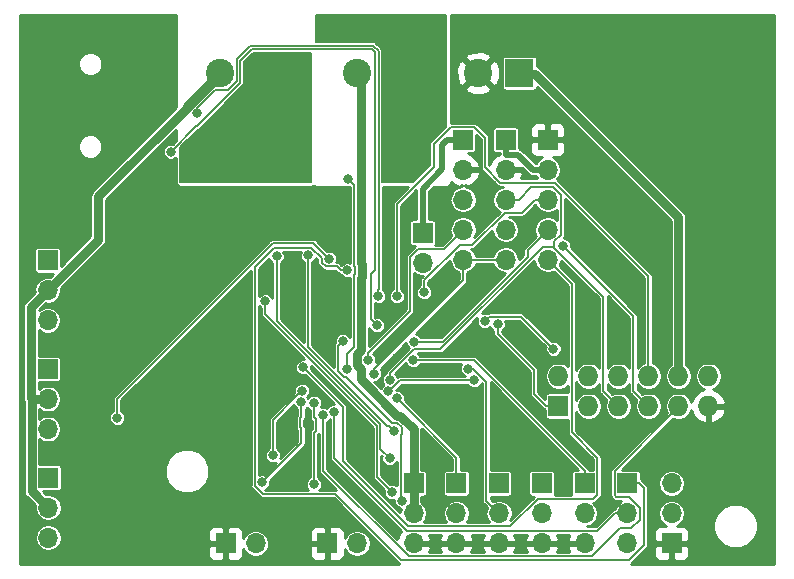
<source format=gbl>
G04 #@! TF.GenerationSoftware,KiCad,Pcbnew,(5.0.0)*
G04 #@! TF.CreationDate,2018-10-14T15:21:16-07:00*
G04 #@! TF.ProjectId,EExtruder,4545787472756465722E6B696361645F,rev?*
G04 #@! TF.SameCoordinates,Original*
G04 #@! TF.FileFunction,Copper,L2,Bot,Signal*
G04 #@! TF.FilePolarity,Positive*
%FSLAX46Y46*%
G04 Gerber Fmt 4.6, Leading zero omitted, Abs format (unit mm)*
G04 Created by KiCad (PCBNEW (5.0.0)) date 10/14/18 15:21:16*
%MOMM*%
%LPD*%
G01*
G04 APERTURE LIST*
G04 #@! TA.AperFunction,ComponentPad*
%ADD10R,2.400000X2.400000*%
G04 #@! TD*
G04 #@! TA.AperFunction,ComponentPad*
%ADD11C,2.400000*%
G04 #@! TD*
G04 #@! TA.AperFunction,ComponentPad*
%ADD12O,1.700000X1.700000*%
G04 #@! TD*
G04 #@! TA.AperFunction,ComponentPad*
%ADD13R,1.700000X1.700000*%
G04 #@! TD*
G04 #@! TA.AperFunction,ComponentPad*
%ADD14O,1.727200X1.727200*%
G04 #@! TD*
G04 #@! TA.AperFunction,ComponentPad*
%ADD15R,1.727200X1.727200*%
G04 #@! TD*
G04 #@! TA.AperFunction,ViaPad*
%ADD16C,0.600000*%
G04 #@! TD*
G04 #@! TA.AperFunction,ViaPad*
%ADD17C,0.800000*%
G04 #@! TD*
G04 #@! TA.AperFunction,Conductor*
%ADD18C,0.508000*%
G04 #@! TD*
G04 #@! TA.AperFunction,Conductor*
%ADD19C,0.152400*%
G04 #@! TD*
G04 #@! TA.AperFunction,Conductor*
%ADD20C,0.762000*%
G04 #@! TD*
G04 #@! TA.AperFunction,Conductor*
%ADD21C,0.254000*%
G04 #@! TD*
G04 APERTURE END LIST*
D10*
G04 #@! TO.P,J4,1*
G04 #@! TO.N,Net-(D3-Pad1)*
X148653500Y-88328500D03*
D11*
G04 #@! TO.P,J4,2*
G04 #@! TO.N,/VIN*
X145153500Y-88328500D03*
G04 #@! TD*
D10*
G04 #@! TO.P,J3,1*
G04 #@! TO.N,Net-(D1-Pad1)*
X160281500Y-88328500D03*
D11*
G04 #@! TO.P,J3,2*
G04 #@! TO.N,/VIN*
X156781500Y-88328500D03*
G04 #@! TD*
D10*
G04 #@! TO.P,J1,1*
G04 #@! TO.N,/VIN*
X170505000Y-88328500D03*
D11*
G04 #@! TO.P,J1,2*
G04 #@! TO.N,GND*
X167005000Y-88328500D03*
G04 #@! TD*
D12*
G04 #@! TO.P,TC1,5*
G04 #@! TO.N,/SPI_CLK*
X165735000Y-104140000D03*
G04 #@! TO.P,TC1,4*
G04 #@! TO.N,/~TC1_CS*
X165735000Y-101600000D03*
G04 #@! TO.P,TC1,3*
G04 #@! TO.N,/MISO*
X165735000Y-99060000D03*
G04 #@! TO.P,TC1,2*
G04 #@! TO.N,GND*
X165735000Y-96520000D03*
D13*
G04 #@! TO.P,TC1,1*
G04 #@! TO.N,/3.3V*
X165735000Y-93980000D03*
G04 #@! TD*
D12*
G04 #@! TO.P,TC0,5*
G04 #@! TO.N,/SPI_CLK*
X169354000Y-104140000D03*
G04 #@! TO.P,TC0,4*
G04 #@! TO.N,/~TC0_CS*
X169354000Y-101600000D03*
G04 #@! TO.P,TC0,3*
G04 #@! TO.N,/MISO*
X169354000Y-99060000D03*
G04 #@! TO.P,TC0,2*
G04 #@! TO.N,GND*
X169354000Y-96520000D03*
D13*
G04 #@! TO.P,TC0,1*
G04 #@! TO.N,/3.3V*
X169354000Y-93980000D03*
G04 #@! TD*
D12*
G04 #@! TO.P,SWD1,5*
G04 #@! TO.N,/~RESET*
X172910000Y-104140000D03*
G04 #@! TO.P,SWD1,4*
G04 #@! TO.N,/SWDIO*
X172910000Y-101600000D03*
G04 #@! TO.P,SWD1,3*
G04 #@! TO.N,/SWCLK*
X172910000Y-99060000D03*
G04 #@! TO.P,SWD1,2*
G04 #@! TO.N,/3.3V*
X172910000Y-96520000D03*
D13*
G04 #@! TO.P,SWD1,1*
G04 #@! TO.N,GND*
X172910000Y-93980000D03*
G04 #@! TD*
D14*
G04 #@! TO.P,LCD1,12*
G04 #@! TO.N,/3.3V*
X186500000Y-113982000D03*
G04 #@! TO.P,LCD1,11*
G04 #@! TO.N,GND*
X186500000Y-116522000D03*
G04 #@! TO.P,LCD1,10*
G04 #@! TO.N,/VIN*
X183960000Y-113982000D03*
G04 #@! TO.P,LCD1,9*
G04 #@! TO.N,/TEMP_EX*
X183960000Y-116522000D03*
G04 #@! TO.P,LCD1,8*
G04 #@! TO.N,/EXT2*
X181420000Y-113982000D03*
G04 #@! TO.P,LCD1,7*
G04 #@! TO.N,/SPI_CLK*
X181420000Y-116522000D03*
G04 #@! TO.P,LCD1,6*
G04 #@! TO.N,/EXT1*
X178880000Y-113982000D03*
G04 #@! TO.P,LCD1,5*
G04 #@! TO.N,/MISO*
X178880000Y-116522000D03*
G04 #@! TO.P,LCD1,4*
G04 #@! TO.N,/LCD_LED*
X176340000Y-113982000D03*
G04 #@! TO.P,LCD1,3*
G04 #@! TO.N,/MOSI*
X176340000Y-116522000D03*
G04 #@! TO.P,LCD1,2*
G04 #@! TO.N,/SCL2*
X173800000Y-113982000D03*
D15*
G04 #@! TO.P,LCD1,1*
G04 #@! TO.N,/SDA2*
X173800000Y-116522000D03*
G04 #@! TD*
D12*
G04 #@! TO.P,PWM_PWR1,3*
G04 #@! TO.N,GND*
X161544000Y-128143000D03*
G04 #@! TO.P,PWM_PWR1,2*
G04 #@! TO.N,/VIN*
X161544000Y-125603000D03*
D13*
G04 #@! TO.P,PWM_PWR1,1*
X161544000Y-123063000D03*
G04 #@! TD*
D12*
G04 #@! TO.P,PWM5,3*
G04 #@! TO.N,GND*
X179642000Y-128143000D03*
G04 #@! TO.P,PWM5,2*
G04 #@! TO.N,/TACH5*
X179642000Y-125603000D03*
D13*
G04 #@! TO.P,PWM5,1*
G04 #@! TO.N,/PWM5*
X179642000Y-123063000D03*
G04 #@! TD*
D12*
G04 #@! TO.P,PWM4,3*
G04 #@! TO.N,GND*
X176022000Y-128143000D03*
G04 #@! TO.P,PWM4,2*
G04 #@! TO.N,/TACH4*
X176022000Y-125603000D03*
D13*
G04 #@! TO.P,PWM4,1*
G04 #@! TO.N,/PWM4*
X176022000Y-123063000D03*
G04 #@! TD*
D12*
G04 #@! TO.P,PWM3,3*
G04 #@! TO.N,GND*
X172402000Y-128143000D03*
G04 #@! TO.P,PWM3,2*
G04 #@! TO.N,/TACH3*
X172402000Y-125603000D03*
D13*
G04 #@! TO.P,PWM3,1*
G04 #@! TO.N,/PWM3*
X172402000Y-123063000D03*
G04 #@! TD*
D12*
G04 #@! TO.P,PWM2,3*
G04 #@! TO.N,GND*
X168783000Y-128143000D03*
G04 #@! TO.P,PWM2,2*
G04 #@! TO.N,/TACH2*
X168783000Y-125603000D03*
D13*
G04 #@! TO.P,PWM2,1*
G04 #@! TO.N,/PWM2*
X168783000Y-123063000D03*
G04 #@! TD*
D12*
G04 #@! TO.P,PWM1,3*
G04 #@! TO.N,GND*
X165164000Y-128143000D03*
G04 #@! TO.P,PWM1,2*
G04 #@! TO.N,/TACH1*
X165164000Y-125603000D03*
D13*
G04 #@! TO.P,PWM1,1*
G04 #@! TO.N,/PWM1*
X165164000Y-123063000D03*
G04 #@! TD*
D12*
G04 #@! TO.P,JP1,2*
G04 #@! TO.N,Net-(JP1-Pad2)*
X162306000Y-104394000D03*
D13*
G04 #@! TO.P,JP1,1*
G04 #@! TO.N,/3.3V*
X162306000Y-101854000D03*
G04 #@! TD*
D12*
G04 #@! TO.P,J11,3*
G04 #@! TO.N,/UART_TX*
X183388000Y-123063000D03*
G04 #@! TO.P,J11,2*
G04 #@! TO.N,/UART_RX*
X183388000Y-125603000D03*
D13*
G04 #@! TO.P,J11,1*
G04 #@! TO.N,GND*
X183388000Y-128143000D03*
G04 #@! TD*
D12*
G04 #@! TO.P,J9,3*
G04 #@! TO.N,Net-(J9-Pad3)*
X130568000Y-109261000D03*
G04 #@! TO.P,J9,2*
G04 #@! TO.N,/VIN*
X130568000Y-106721000D03*
D13*
G04 #@! TO.P,J9,1*
G04 #@! TO.N,Net-(D11-Pad2)*
X130568000Y-104181000D03*
G04 #@! TD*
D12*
G04 #@! TO.P,J8,3*
G04 #@! TO.N,Net-(J8-Pad3)*
X130607000Y-127656000D03*
G04 #@! TO.P,J8,2*
G04 #@! TO.N,/VIN*
X130607000Y-125116000D03*
D13*
G04 #@! TO.P,J8,1*
G04 #@! TO.N,Net-(D9-Pad2)*
X130607000Y-122576000D03*
G04 #@! TD*
D12*
G04 #@! TO.P,J7,3*
G04 #@! TO.N,Net-(J7-Pad3)*
X130580000Y-118468000D03*
G04 #@! TO.P,J7,2*
G04 #@! TO.N,/VIN*
X130580000Y-115928000D03*
D13*
G04 #@! TO.P,J7,1*
G04 #@! TO.N,Net-(D7-Pad2)*
X130580000Y-113388000D03*
G04 #@! TD*
D12*
G04 #@! TO.P,J6,2*
G04 #@! TO.N,Net-(C14-Pad1)*
X156759000Y-128143000D03*
D13*
G04 #@! TO.P,J6,1*
G04 #@! TO.N,GND*
X154219000Y-128143000D03*
G04 #@! TD*
D12*
G04 #@! TO.P,J5,2*
G04 #@! TO.N,Net-(C13-Pad1)*
X148182000Y-128156000D03*
D13*
G04 #@! TO.P,J5,1*
G04 #@! TO.N,GND*
X145642000Y-128156000D03*
G04 #@! TD*
D16*
G04 #@! TO.N,GND*
X174396400Y-111150400D03*
X176072800Y-111455200D03*
X178257200Y-112623600D03*
X165608000Y-118364000D03*
X150876000Y-114554000D03*
X173990000Y-118872000D03*
X171704000Y-116332000D03*
X169672000Y-113538000D03*
D17*
X137414000Y-93980000D03*
X139954000Y-97282000D03*
X134112000Y-90932000D03*
X139192000Y-108712000D03*
X142240000Y-114554000D03*
X140208000Y-117602000D03*
D16*
X179070000Y-118872000D03*
X149352000Y-116078000D03*
X147320000Y-121920000D03*
X159766000Y-127000000D03*
X154686000Y-121666000D03*
X170688000Y-123952000D03*
X157734000Y-121666000D03*
X152146000Y-121158000D03*
X150876000Y-117602000D03*
X173355000Y-121285000D03*
X189230000Y-117983000D03*
X189484000Y-112458500D03*
X156768800Y-119278400D03*
X163322000Y-116484400D03*
X167843200Y-102768400D03*
X167843200Y-106273600D03*
X165658800Y-107594400D03*
X163830000Y-106781600D03*
X160223200Y-110540800D03*
X160740546Y-115105161D03*
X158953200Y-111658400D03*
X142849600Y-104851200D03*
X147675600Y-98552000D03*
X148945600Y-98552000D03*
X148971000Y-99250500D03*
X147675600Y-99250500D03*
X147523200Y-102717600D03*
X155498800Y-98450400D03*
X152563690Y-117859529D03*
X182524400Y-111861600D03*
X180746400Y-111455200D03*
X179019200Y-111150400D03*
X151231600Y-103682800D03*
X150520400Y-105410000D03*
X149098000Y-105511600D03*
X150825200Y-108051600D03*
X153822400Y-107594400D03*
X154025600Y-105359200D03*
X155584000Y-106091388D03*
X159207200Y-102260400D03*
X159308800Y-106172000D03*
X164388800Y-109118400D03*
X150672800Y-101193600D03*
X152806400Y-98856800D03*
X161594800Y-113690400D03*
X160070800Y-112369600D03*
X159105600Y-122174000D03*
X154178000Y-123139200D03*
D17*
X138557000Y-128714500D03*
X141986000Y-126365000D03*
D16*
X147599090Y-124408280D03*
D17*
X169545000Y-116903500D03*
D16*
X171005500Y-118872000D03*
X176276000Y-121221500D03*
X177800000Y-122364500D03*
X181038500Y-121920000D03*
X182689500Y-120904000D03*
X183451500Y-119062500D03*
X186055000Y-121158000D03*
X188277500Y-121158000D03*
X190500000Y-121158000D03*
X177863500Y-124904500D03*
X158750000Y-128841500D03*
X152527000Y-124777500D03*
X146240500Y-119761000D03*
X142684500Y-116205000D03*
X136461500Y-126873000D03*
X128968500Y-126492000D03*
X133794500Y-121348500D03*
X133731000Y-112141000D03*
X135890000Y-101790500D03*
X132905500Y-100266500D03*
X133096000Y-97345500D03*
X166052500Y-111315500D03*
X169735500Y-106870500D03*
X172148500Y-106426000D03*
X176403000Y-108966000D03*
X178816000Y-109093000D03*
X180657500Y-107632500D03*
X182435500Y-109347000D03*
X182499000Y-105092500D03*
X175831500Y-102298500D03*
X176339500Y-96520000D03*
X178498500Y-99123500D03*
X180848000Y-91313000D03*
X183388000Y-93408500D03*
X185991500Y-95440500D03*
X188341000Y-97345500D03*
X188341000Y-100012500D03*
X171577000Y-84582000D03*
X173799500Y-84582000D03*
X185229500Y-112331500D03*
X185229500Y-106172000D03*
X189293500Y-109093000D03*
X190436500Y-109093000D03*
X191516000Y-109093000D03*
X189928500Y-102806500D03*
X187452000Y-102806500D03*
X187515500Y-89281000D03*
X189928500Y-89281000D03*
X185420000Y-86169500D03*
X185356500Y-89217500D03*
X163004500Y-121793000D03*
X166624000Y-121729500D03*
X162306000Y-108077000D03*
X160655000Y-106045000D03*
X163703000Y-100647500D03*
X171196000Y-100965000D03*
X167513000Y-97663000D03*
X167513000Y-91948000D03*
X171069000Y-92011500D03*
X159512000Y-99885500D03*
X160909000Y-99885500D03*
X159575500Y-99187000D03*
X161544000Y-99377500D03*
X172092190Y-112776000D03*
X155568804Y-102556544D03*
D17*
X130302000Y-88201500D03*
X130238500Y-85153500D03*
G04 #@! TO.N,/~RESET*
X152204495Y-113244752D03*
G04 #@! TO.N,/AVREF*
X149643300Y-120696600D03*
X152102978Y-115226492D03*
G04 #@! TO.N,Net-(D1-Pad1)*
X162433000Y-96202500D03*
X162433000Y-93662500D03*
X159258000Y-96202500D03*
X160338000Y-93662500D03*
X161417000Y-93662500D03*
X159258000Y-94932500D03*
X160338000Y-96202500D03*
X162433000Y-94932500D03*
X160338000Y-94932500D03*
X161417000Y-94932500D03*
X161417000Y-96202500D03*
X159258000Y-93662500D03*
G04 #@! TO.N,Net-(D3-Pad1)*
X148463000Y-93789500D03*
X147384000Y-93789500D03*
X147384000Y-95059500D03*
X147384000Y-96329500D03*
X148463000Y-96329500D03*
X150558000Y-96329500D03*
X149542000Y-96329500D03*
X150558000Y-95059500D03*
X149542000Y-95059500D03*
X148463000Y-95059500D03*
X150558000Y-93789500D03*
X149542000Y-93789500D03*
G04 #@! TO.N,/TEMP0*
X152046300Y-116207200D03*
X148736400Y-122993600D03*
G04 #@! TO.N,/TEMP1*
X153112100Y-116266500D03*
X153092300Y-123142400D03*
G04 #@! TO.N,/TACH_E0*
X136458200Y-117519800D03*
X154390517Y-104069364D03*
G04 #@! TO.N,/TEMP_EX*
X153854000Y-117282000D03*
G04 #@! TO.N,/EXT2*
X160123000Y-107212100D03*
G04 #@! TO.N,/SPI_CLK*
X174175900Y-102932000D03*
X158201800Y-113782700D03*
G04 #@! TO.N,/MISO*
X159538058Y-114311525D03*
G04 #@! TO.N,/LCD_LED*
X173390700Y-111684100D03*
X167571800Y-109324500D03*
G04 #@! TO.N,/MOSI*
X166665400Y-114348400D03*
X159415026Y-115255957D03*
G04 #@! TO.N,/SDA2*
X168666100Y-109602400D03*
G04 #@! TO.N,/PWM1*
X160141604Y-115871726D03*
G04 #@! TO.N,/TACH2*
X166113300Y-113350800D03*
G04 #@! TO.N,/TACH3*
X148991100Y-107657700D03*
X159711100Y-123797800D03*
G04 #@! TO.N,/TACH4*
X155555500Y-111037500D03*
X160578400Y-124523300D03*
G04 #@! TO.N,/PWM4*
X161520700Y-112636000D03*
G04 #@! TO.N,/TACH5*
X154813500Y-117000100D03*
G04 #@! TO.N,/PWM5*
X155943592Y-105034577D03*
G04 #@! TO.N,/HEAT0*
X152613500Y-103748400D03*
X159902165Y-118592976D03*
G04 #@! TO.N,/HEAT1*
X159507700Y-120923900D03*
X149947800Y-103831800D03*
G04 #@! TO.N,/SDA*
X158546700Y-107212100D03*
X143239900Y-91721300D03*
G04 #@! TO.N,/SCL*
X158444900Y-109696300D03*
X140987500Y-94985400D03*
G04 #@! TO.N,/SWDIO*
X161598900Y-111073100D03*
G04 #@! TO.N,/SWCLK*
X162451000Y-106878000D03*
G04 #@! TO.N,/~TC0_CS*
X155897190Y-113421072D03*
X155975300Y-97301090D03*
G04 #@! TO.N,/~TC1_CS*
X157685171Y-112597607D03*
G04 #@! TD*
D18*
G04 #@! TO.N,/3.3V*
X169354000Y-93980000D02*
X169354000Y-95236700D01*
X172910000Y-96520000D02*
X171653300Y-96520000D01*
X171653300Y-96520000D02*
X170370000Y-95236700D01*
X170370000Y-95236700D02*
X169354000Y-95236700D01*
X164377000Y-93980000D02*
X165735000Y-93980000D01*
X163965300Y-94391700D02*
X164377000Y-93980000D01*
X163965300Y-96456500D02*
X163965300Y-94391700D01*
X162306000Y-98115800D02*
X163965300Y-96456500D01*
X162306000Y-101854000D02*
X162306000Y-98115800D01*
D19*
G04 #@! TO.N,/~RESET*
X177101000Y-124040400D02*
X176769800Y-124371600D01*
X152604494Y-113644751D02*
X152204495Y-113244752D01*
X169745400Y-126696000D02*
X161111000Y-126696000D01*
X172069800Y-124371600D02*
X169745400Y-126696000D01*
X155586700Y-116626957D02*
X152604494Y-113644751D01*
X177101000Y-120891600D02*
X177101000Y-124040400D01*
X174962000Y-118752600D02*
X177101000Y-120891600D01*
X161111000Y-126696000D02*
X155586700Y-121171700D01*
X174962000Y-106192000D02*
X174962000Y-118752600D01*
X155586700Y-121171700D02*
X155586700Y-116626957D01*
X176769800Y-124371600D02*
X172069800Y-124371600D01*
X172910000Y-104140000D02*
X174962000Y-106192000D01*
G04 #@! TO.N,/AVREF*
X149643300Y-117686170D02*
X151702979Y-115626491D01*
X151702979Y-115626491D02*
X152102978Y-115226492D01*
X149643300Y-120696600D02*
X149643300Y-117686170D01*
D20*
G04 #@! TO.N,/VIN*
X170370000Y-88392000D02*
X171803700Y-88392000D01*
X171803700Y-88392000D02*
X183960000Y-100548300D01*
X183960000Y-100548300D02*
X183960000Y-113982000D01*
X130568000Y-106721000D02*
X129140200Y-108148800D01*
X129140200Y-108148800D02*
X129140200Y-115871900D01*
X129140200Y-115871900D02*
X129196300Y-115928000D01*
X129196300Y-115928000D02*
X129196300Y-123705300D01*
X129196300Y-123705300D02*
X130607000Y-125116000D01*
X130580000Y-115928000D02*
X129196300Y-115928000D01*
X134850100Y-98779900D02*
X134850100Y-102438900D01*
X134850100Y-102438900D02*
X130568000Y-106721000D01*
X161544000Y-123063000D02*
X161544000Y-125603000D01*
X157125000Y-105645621D02*
X157125000Y-111776344D01*
X156751770Y-113045640D02*
X157052300Y-113346170D01*
X161544000Y-118442361D02*
X161544000Y-121451000D01*
X157052300Y-114233861D02*
X160153817Y-117335378D01*
X161544000Y-121451000D02*
X161544000Y-123063000D01*
X156751770Y-112149574D02*
X156751770Y-113045640D01*
X157052300Y-113346170D02*
X157052300Y-114233861D01*
X157125000Y-111776344D02*
X156751770Y-112149574D01*
X157125000Y-104423533D02*
X157181805Y-104480338D01*
X160153817Y-117335378D02*
X160437017Y-117335378D01*
X157181805Y-105588816D02*
X157125000Y-105645621D01*
X157181805Y-104480338D02*
X157181805Y-105588816D01*
X160437017Y-117335378D02*
X161544000Y-118442361D01*
X157125000Y-88672000D02*
X156781500Y-88328500D01*
X157125000Y-89916000D02*
X157125000Y-88672000D01*
X157125000Y-89916000D02*
X157125000Y-104423533D01*
X142380500Y-91101500D02*
X145153500Y-88328500D01*
X142380500Y-91249500D02*
X142380500Y-91101500D01*
X145254000Y-88376000D02*
X142380500Y-91249500D01*
X142380500Y-91249500D02*
X134850100Y-98779900D01*
D19*
G04 #@! TO.N,/TEMP0*
X152046300Y-119683700D02*
X148736400Y-122993600D01*
X152046300Y-118414800D02*
X152046300Y-119683700D01*
X151942800Y-118311300D02*
X152046300Y-118414800D01*
X151942800Y-117551200D02*
X151942800Y-118311300D01*
X152046300Y-117447700D02*
X151942800Y-117551200D01*
X152046300Y-116207200D02*
X152046300Y-117447700D01*
G04 #@! TO.N,/TEMP1*
X153092300Y-119176800D02*
X153092300Y-123142400D01*
X153263600Y-117652800D02*
X153263600Y-118599100D01*
X153092300Y-116286300D02*
X153092300Y-117481500D01*
X153092300Y-117481500D02*
X153263600Y-117652800D01*
X153092300Y-118770400D02*
X153092300Y-119176800D01*
X153112100Y-116266500D02*
X153092300Y-116286300D01*
X153263600Y-118599100D02*
X153092300Y-118770400D01*
G04 #@! TO.N,/TACH_E0*
X149602100Y-102748800D02*
X153069953Y-102748800D01*
X136458200Y-117519800D02*
X136458200Y-115892700D01*
X153990518Y-103669365D02*
X154390517Y-104069364D01*
X136458200Y-115892700D02*
X149602100Y-102748800D01*
X153069953Y-102748800D02*
X153990518Y-103669365D01*
G04 #@! TO.N,/TEMP_EX*
X161114900Y-129246000D02*
X153854000Y-121985100D01*
X179059400Y-126873000D02*
X176686400Y-129246000D01*
X179994100Y-126873000D02*
X179059400Y-126873000D01*
X176686400Y-129246000D02*
X161114900Y-129246000D01*
X180721000Y-125140700D02*
X180721000Y-126146100D01*
X153854000Y-121985100D02*
X153854000Y-117282000D01*
X183960000Y-116522000D02*
X183960000Y-116633518D01*
X183960000Y-116633518D02*
X178562400Y-122031118D01*
X178718300Y-124225000D02*
X179805300Y-124225000D01*
X178562400Y-122031118D02*
X178562400Y-124069100D01*
X180721000Y-126146100D02*
X179994100Y-126873000D01*
X178562400Y-124069100D02*
X178718300Y-124225000D01*
X179805300Y-124225000D02*
X180721000Y-125140700D01*
G04 #@! TO.N,/EXT2*
X160123000Y-107212100D02*
X160123000Y-99402100D01*
X160123000Y-99402100D02*
X163251300Y-96273800D01*
X163251300Y-96273800D02*
X163251300Y-94376500D01*
X163251300Y-94376500D02*
X164726800Y-92901000D01*
X164726800Y-92901000D02*
X166683500Y-92901000D01*
X166683500Y-92901000D02*
X167582200Y-93799700D01*
X167582200Y-93799700D02*
X167582200Y-96317800D01*
X167582200Y-96317800D02*
X168863400Y-97599000D01*
X168863400Y-97599000D02*
X173476200Y-97599000D01*
X173476200Y-97599000D02*
X181420000Y-105542800D01*
X181420000Y-105542800D02*
X181420000Y-113982000D01*
G04 #@! TO.N,/SPI_CLK*
X165735000Y-104140000D02*
X165735000Y-105879800D01*
X165735000Y-105879800D02*
X158201800Y-113413000D01*
X158201800Y-113413000D02*
X158201800Y-113782700D01*
X169354000Y-104140000D02*
X165735000Y-104140000D01*
X180150000Y-115252000D02*
X181420000Y-116522000D01*
X180150000Y-108906100D02*
X180150000Y-115252000D01*
X174175900Y-102932000D02*
X180150000Y-108906100D01*
G04 #@! TO.N,/MISO*
X170432900Y-99060000D02*
X171513200Y-97979700D01*
X171513200Y-97979700D02*
X173369300Y-97979700D01*
X173369300Y-97979700D02*
X174026300Y-98636700D01*
X174026300Y-98636700D02*
X174026300Y-102016500D01*
X174026300Y-102016500D02*
X173466700Y-102576100D01*
X173466700Y-102576100D02*
X173466700Y-103061000D01*
X169354000Y-99060000D02*
X170432900Y-99060000D01*
X161556972Y-111702000D02*
X159538058Y-113720914D01*
X173466700Y-103061000D02*
X172463000Y-103061000D01*
X163822000Y-111702000D02*
X161556972Y-111702000D01*
X159538058Y-113720914D02*
X159538058Y-113745840D01*
X159538058Y-113745840D02*
X159538058Y-114311525D01*
X172463000Y-103061000D02*
X163822000Y-111702000D01*
X177610000Y-115252000D02*
X178880000Y-116522000D01*
X177610000Y-107265300D02*
X177610000Y-115252000D01*
X173466700Y-103122000D02*
X177610000Y-107265300D01*
X173466700Y-103061000D02*
X173466700Y-103122000D01*
G04 #@! TO.N,/LCD_LED*
X167571800Y-109324500D02*
X167951900Y-108944400D01*
X167951900Y-108944400D02*
X170651000Y-108944400D01*
X170651000Y-108944400D02*
X173390700Y-111684100D01*
G04 #@! TO.N,/MOSI*
X160406589Y-114348400D02*
X159499032Y-115255957D01*
X166665400Y-114348400D02*
X160406589Y-114348400D01*
X159499032Y-115255957D02*
X159415026Y-115255957D01*
G04 #@! TO.N,/SDA2*
X168666100Y-109602400D02*
X168666100Y-110432200D01*
X172784000Y-116522000D02*
X173800000Y-116522000D01*
X171747789Y-115485789D02*
X172784000Y-116522000D01*
X171747789Y-113474500D02*
X171747789Y-115485789D01*
X168666100Y-110432200D02*
X171747789Y-113474500D01*
G04 #@! TO.N,/PWM1*
X165164000Y-123063000D02*
X165164000Y-120894122D01*
X165164000Y-120894122D02*
X160541603Y-116271725D01*
X160541603Y-116271725D02*
X160141604Y-115871726D01*
G04 #@! TO.N,/TACH2*
X167704100Y-114453000D02*
X167704100Y-124524100D01*
X166602000Y-113350900D02*
X167704100Y-114453000D01*
X166113300Y-113350900D02*
X166602000Y-113350900D01*
X167704100Y-124524100D02*
X168783000Y-125603000D01*
X166113300Y-113350800D02*
X166113300Y-113350900D01*
G04 #@! TO.N,/TACH3*
X159711100Y-123797800D02*
X158436500Y-122523200D01*
X158436500Y-122523200D02*
X158436500Y-118207500D01*
X158436500Y-118207500D02*
X148991100Y-108762100D01*
X148991100Y-108762100D02*
X148991100Y-107657700D01*
G04 #@! TO.N,/TACH4*
X160455667Y-118969804D02*
X160530766Y-118894705D01*
X155862469Y-114049674D02*
X155635449Y-114049674D01*
X160578400Y-124523300D02*
X160455667Y-124400567D01*
X155635449Y-114049674D02*
X155155501Y-113569726D01*
X160455667Y-124400567D02*
X160455667Y-118969804D01*
X155155501Y-113569726D02*
X155155501Y-111437499D01*
X155155501Y-111437499D02*
X155555500Y-111037500D01*
X160530766Y-118894705D02*
X160530766Y-118304989D01*
X159757784Y-117944989D02*
X155862469Y-114049674D01*
X160530766Y-118304989D02*
X160170766Y-117944989D01*
X160170766Y-117944989D02*
X159757784Y-117944989D01*
G04 #@! TO.N,/PWM4*
X176022000Y-123063000D02*
X176022000Y-121984100D01*
X176022000Y-121984100D02*
X166673900Y-112636000D01*
X166673900Y-112636000D02*
X161520700Y-112636000D01*
G04 #@! TO.N,/TACH5*
X179642000Y-125603000D02*
X178563100Y-125603000D01*
X178563100Y-125603000D02*
X177102100Y-127064000D01*
X177102100Y-127064000D02*
X160955500Y-127064000D01*
X160955500Y-127064000D02*
X154813500Y-120922000D01*
X154813500Y-120922000D02*
X154813500Y-117000100D01*
G04 #@! TO.N,/PWM5*
X181050400Y-128307000D02*
X179799200Y-129558200D01*
X154088788Y-104697965D02*
X155041295Y-104697965D01*
X153761916Y-104371093D02*
X154088788Y-104697965D01*
X152868500Y-103107400D02*
X153761916Y-104000816D01*
X180644400Y-123063000D02*
X181050400Y-123469000D01*
X155377907Y-105034577D02*
X155943592Y-105034577D01*
X154933000Y-123990700D02*
X148818500Y-123990700D01*
X155041295Y-104697965D02*
X155377907Y-105034577D01*
X148818500Y-123990700D02*
X148095100Y-123267300D01*
X148095100Y-123267300D02*
X148095100Y-104763200D01*
X153761916Y-104000816D02*
X153761916Y-104371093D01*
X148095100Y-104763200D02*
X149750900Y-103107400D01*
X149750900Y-103107400D02*
X152868500Y-103107400D01*
X179799200Y-129558200D02*
X160500500Y-129558200D01*
X160500500Y-129558200D02*
X154933000Y-123990700D01*
X181050400Y-123469000D02*
X181050400Y-128307000D01*
X179642000Y-123063000D02*
X180644400Y-123063000D01*
G04 #@! TO.N,/HEAT0*
X159502166Y-118192977D02*
X159902165Y-118592976D01*
X152613500Y-111498781D02*
X159307696Y-118192977D01*
X152613500Y-103748400D02*
X152613500Y-111498781D01*
X159307696Y-118192977D02*
X159502166Y-118192977D01*
G04 #@! TO.N,/HEAT1*
X159507700Y-120923900D02*
X158741700Y-120157900D01*
X158741700Y-120157900D02*
X158741700Y-118081100D01*
X158741700Y-118081100D02*
X149947800Y-109287200D01*
X149947800Y-109287200D02*
X149947800Y-103831800D01*
G04 #@! TO.N,/SDA*
X158546700Y-106646415D02*
X158546700Y-107212100D01*
X158587400Y-106605715D02*
X158546700Y-106646415D01*
X143239900Y-91721300D02*
X143239900Y-91252218D01*
X158587400Y-86461000D02*
X158587400Y-106605715D01*
X146582101Y-89014229D02*
X146582101Y-87157349D01*
X158147400Y-86021000D02*
X158587400Y-86461000D01*
X144735017Y-89757101D02*
X145839229Y-89757101D01*
X147718451Y-86021000D02*
X158147400Y-86021000D01*
X145839229Y-89757101D02*
X146582101Y-89014229D01*
X143239900Y-91252218D02*
X144735017Y-89757101D01*
X146582101Y-87157349D02*
X147718451Y-86021000D01*
G04 #@! TO.N,/SCL*
X157917700Y-109169100D02*
X158444900Y-109696300D01*
X157917700Y-105365600D02*
X157917700Y-109169100D01*
X158282200Y-105001100D02*
X157917700Y-105365600D01*
X158282200Y-86587500D02*
X158282200Y-105001100D01*
X158027500Y-86332800D02*
X158282200Y-86587500D01*
X143135900Y-92837000D02*
X143190396Y-92837000D01*
X147837718Y-86332800D02*
X158027500Y-86332800D01*
X143190396Y-92837000D02*
X146886910Y-89140486D01*
X140987500Y-94985400D02*
X143135900Y-92837000D01*
X146886910Y-89140486D02*
X146886911Y-87283607D01*
X146886911Y-87283607D02*
X147837718Y-86332800D01*
G04 #@! TO.N,/SWDIO*
X164019200Y-111073100D02*
X161598900Y-111073100D01*
X171206300Y-103303700D02*
X172910000Y-101600000D01*
X171206300Y-103886000D02*
X171206300Y-103303700D01*
X171206300Y-103886000D02*
X164019200Y-111073100D01*
G04 #@! TO.N,/SWCLK*
X172910000Y-99060000D02*
X171831100Y-99060000D01*
X171831100Y-99060000D02*
X170752200Y-100138900D01*
X170752200Y-100138900D02*
X169251500Y-100138900D01*
X169251500Y-100138900D02*
X166520400Y-102870000D01*
X166520400Y-102870000D02*
X165461700Y-102870000D01*
X165461700Y-102870000D02*
X162451000Y-105880700D01*
X162451000Y-105880700D02*
X162451000Y-106878000D01*
G04 #@! TO.N,/~TC0_CS*
X156485570Y-105422931D02*
X156572194Y-105336307D01*
X156572194Y-104732847D02*
X156485570Y-104646223D01*
X156485570Y-97811360D02*
X156375299Y-97701089D01*
X155897190Y-112127502D02*
X156485570Y-111539122D01*
X156485570Y-111539122D02*
X156485570Y-105422931D01*
X156485570Y-104646223D02*
X156485570Y-97811360D01*
X156375299Y-97701089D02*
X155975300Y-97301090D01*
X155897190Y-113421072D02*
X155897190Y-112127502D01*
X156572194Y-105336307D02*
X156572194Y-104732847D01*
G04 #@! TO.N,/~TC1_CS*
X161227100Y-108489993D02*
X157685171Y-112031922D01*
X161930800Y-103232000D02*
X161227100Y-103935700D01*
X165735000Y-101600000D02*
X164103000Y-103232000D01*
X164103000Y-103232000D02*
X161930800Y-103232000D01*
X161227100Y-103935700D02*
X161227100Y-108489993D01*
X157685171Y-112031922D02*
X157685171Y-112597607D01*
G04 #@! TD*
G04 #@! TO.N,Net-(D3-Pad1)*
G36*
X152831800Y-97586800D02*
X141808200Y-97586800D01*
X141808200Y-94595752D01*
X143272516Y-93131436D01*
X143309323Y-93124115D01*
X143410144Y-93056748D01*
X143427148Y-93031300D01*
X147081212Y-89377236D01*
X147106657Y-89360234D01*
X147123659Y-89334789D01*
X147123661Y-89334787D01*
X147174024Y-89259414D01*
X147197680Y-89140487D01*
X147191709Y-89110469D01*
X147191711Y-87409859D01*
X147963970Y-86637600D01*
X152831800Y-86637600D01*
X152831800Y-97586800D01*
X152831800Y-97586800D01*
G37*
X152831800Y-97586800D02*
X141808200Y-97586800D01*
X141808200Y-94595752D01*
X143272516Y-93131436D01*
X143309323Y-93124115D01*
X143410144Y-93056748D01*
X143427148Y-93031300D01*
X147081212Y-89377236D01*
X147106657Y-89360234D01*
X147123659Y-89334789D01*
X147123661Y-89334787D01*
X147174024Y-89259414D01*
X147197680Y-89140487D01*
X147191709Y-89110469D01*
X147191711Y-87409859D01*
X147963970Y-86637600D01*
X152831800Y-86637600D01*
X152831800Y-97586800D01*
G04 #@! TO.N,Net-(D1-Pad1)*
G36*
X164325300Y-92871448D02*
X163056998Y-94139750D01*
X163031553Y-94156752D01*
X163014551Y-94182197D01*
X163014548Y-94182200D01*
X162964185Y-94257574D01*
X162940530Y-94376500D01*
X162946501Y-94406519D01*
X162946500Y-96147548D01*
X161507248Y-97586800D01*
X158892200Y-97586800D01*
X158892200Y-86491014D01*
X158898170Y-86461000D01*
X158892200Y-86430983D01*
X158892200Y-86430982D01*
X158874515Y-86342073D01*
X158846660Y-86300385D01*
X158824152Y-86266699D01*
X158824150Y-86266697D01*
X158807148Y-86241252D01*
X158781703Y-86224250D01*
X158384152Y-85826700D01*
X158367148Y-85801252D01*
X158266327Y-85733885D01*
X158177418Y-85716200D01*
X158177414Y-85716200D01*
X158147400Y-85710230D01*
X158117386Y-85716200D01*
X153301700Y-85716200D01*
X153301700Y-83375100D01*
X164325300Y-83375100D01*
X164325300Y-92871448D01*
X164325300Y-92871448D01*
G37*
X164325300Y-92871448D02*
X163056998Y-94139750D01*
X163031553Y-94156752D01*
X163014551Y-94182197D01*
X163014548Y-94182200D01*
X162964185Y-94257574D01*
X162940530Y-94376500D01*
X162946501Y-94406519D01*
X162946500Y-96147548D01*
X161507248Y-97586800D01*
X158892200Y-97586800D01*
X158892200Y-86491014D01*
X158898170Y-86461000D01*
X158892200Y-86430983D01*
X158892200Y-86430982D01*
X158874515Y-86342073D01*
X158846660Y-86300385D01*
X158824152Y-86266699D01*
X158824150Y-86266697D01*
X158807148Y-86241252D01*
X158781703Y-86224250D01*
X158384152Y-85826700D01*
X158367148Y-85801252D01*
X158266327Y-85733885D01*
X158177418Y-85716200D01*
X158177414Y-85716200D01*
X158147400Y-85710230D01*
X158117386Y-85716200D01*
X153301700Y-85716200D01*
X153301700Y-83375100D01*
X164325300Y-83375100D01*
X164325300Y-92871448D01*
D21*
G04 #@! TO.N,GND*
G36*
X192037101Y-129870600D02*
X179971722Y-129870600D01*
X180055573Y-129814573D01*
X180075411Y-129784883D01*
X180521008Y-129339287D01*
X180523358Y-129338183D01*
X180536171Y-129324123D01*
X181277086Y-128583209D01*
X181306773Y-128563373D01*
X181385367Y-128445748D01*
X181388748Y-128428750D01*
X181903000Y-128428750D01*
X181903000Y-129119310D01*
X181999673Y-129352699D01*
X182178302Y-129531327D01*
X182411691Y-129628000D01*
X183102250Y-129628000D01*
X183261000Y-129469250D01*
X183261000Y-128270000D01*
X183515000Y-128270000D01*
X183515000Y-129469250D01*
X183673750Y-129628000D01*
X184364309Y-129628000D01*
X184597698Y-129531327D01*
X184776327Y-129352699D01*
X184873000Y-129119310D01*
X184873000Y-128428750D01*
X184714250Y-128270000D01*
X183515000Y-128270000D01*
X183261000Y-128270000D01*
X182061750Y-128270000D01*
X181903000Y-128428750D01*
X181388748Y-128428750D01*
X181406000Y-128342020D01*
X181412966Y-128307001D01*
X181406000Y-128271981D01*
X181406000Y-127166690D01*
X181903000Y-127166690D01*
X181903000Y-127857250D01*
X182061750Y-128016000D01*
X183261000Y-128016000D01*
X183261000Y-127996000D01*
X183515000Y-127996000D01*
X183515000Y-128016000D01*
X184714250Y-128016000D01*
X184873000Y-127857250D01*
X184873000Y-127166690D01*
X184776327Y-126933301D01*
X184597698Y-126754673D01*
X184364309Y-126658000D01*
X183841946Y-126658000D01*
X184202252Y-126417252D01*
X184274808Y-126308664D01*
X186906100Y-126308664D01*
X186906100Y-127056336D01*
X187192221Y-127747095D01*
X187720905Y-128275779D01*
X188411664Y-128561900D01*
X189159336Y-128561900D01*
X189850095Y-128275779D01*
X190378779Y-127747095D01*
X190664900Y-127056336D01*
X190664900Y-126308664D01*
X190378779Y-125617905D01*
X189850095Y-125089221D01*
X189159336Y-124803100D01*
X188411664Y-124803100D01*
X187720905Y-125089221D01*
X187192221Y-125617905D01*
X186906100Y-126308664D01*
X184274808Y-126308664D01*
X184451871Y-126043670D01*
X184539526Y-125603000D01*
X184451871Y-125162330D01*
X184202252Y-124788748D01*
X183828670Y-124539129D01*
X183499235Y-124473600D01*
X183276765Y-124473600D01*
X182947330Y-124539129D01*
X182573748Y-124788748D01*
X182324129Y-125162330D01*
X182236474Y-125603000D01*
X182324129Y-126043670D01*
X182573748Y-126417252D01*
X182934054Y-126658000D01*
X182411691Y-126658000D01*
X182178302Y-126754673D01*
X181999673Y-126933301D01*
X181903000Y-127166690D01*
X181406000Y-127166690D01*
X181406000Y-123504020D01*
X181412966Y-123469000D01*
X181385367Y-123330252D01*
X181326610Y-123242315D01*
X181326607Y-123242312D01*
X181306772Y-123212627D01*
X181277087Y-123192793D01*
X181147294Y-123063000D01*
X182236474Y-123063000D01*
X182324129Y-123503670D01*
X182573748Y-123877252D01*
X182947330Y-124126871D01*
X183276765Y-124192400D01*
X183499235Y-124192400D01*
X183828670Y-124126871D01*
X184202252Y-123877252D01*
X184451871Y-123503670D01*
X184539526Y-123063000D01*
X184451871Y-122622330D01*
X184202252Y-122248748D01*
X183828670Y-121999129D01*
X183499235Y-121933600D01*
X183276765Y-121933600D01*
X182947330Y-121999129D01*
X182573748Y-122248748D01*
X182324129Y-122622330D01*
X182236474Y-123063000D01*
X181147294Y-123063000D01*
X180920611Y-122836317D01*
X180900773Y-122806627D01*
X180783148Y-122728033D01*
X180776873Y-122726785D01*
X180776873Y-122213000D01*
X180755188Y-122103984D01*
X180693436Y-122011564D01*
X180601016Y-121949812D01*
X180492000Y-121928127D01*
X179168285Y-121928127D01*
X183504256Y-117592156D01*
X183514024Y-117598682D01*
X183847428Y-117665000D01*
X184072572Y-117665000D01*
X184405976Y-117598682D01*
X184784057Y-117346057D01*
X185036682Y-116967976D01*
X185051312Y-116894426D01*
X185293179Y-117410490D01*
X185725053Y-117804688D01*
X186140974Y-117976958D01*
X186373000Y-117855817D01*
X186373000Y-116649000D01*
X186627000Y-116649000D01*
X186627000Y-117855817D01*
X186859026Y-117976958D01*
X187274947Y-117804688D01*
X187706821Y-117410490D01*
X187954968Y-116881027D01*
X187834469Y-116649000D01*
X186627000Y-116649000D01*
X186373000Y-116649000D01*
X186353000Y-116649000D01*
X186353000Y-116395000D01*
X186373000Y-116395000D01*
X186373000Y-116375000D01*
X186627000Y-116375000D01*
X186627000Y-116395000D01*
X187834469Y-116395000D01*
X187954968Y-116162973D01*
X187706821Y-115633510D01*
X187274947Y-115239312D01*
X186873600Y-115073078D01*
X186945976Y-115058682D01*
X187324057Y-114806057D01*
X187576682Y-114427976D01*
X187665392Y-113982000D01*
X187576682Y-113536024D01*
X187324057Y-113157943D01*
X186945976Y-112905318D01*
X186612572Y-112839000D01*
X186387428Y-112839000D01*
X186054024Y-112905318D01*
X185675943Y-113157943D01*
X185423318Y-113536024D01*
X185334608Y-113982000D01*
X185423318Y-114427976D01*
X185675943Y-114806057D01*
X186054024Y-115058682D01*
X186126400Y-115073078D01*
X185725053Y-115239312D01*
X185293179Y-115633510D01*
X185051312Y-116149574D01*
X185036682Y-116076024D01*
X184784057Y-115697943D01*
X184405976Y-115445318D01*
X184072572Y-115379000D01*
X183847428Y-115379000D01*
X183514024Y-115445318D01*
X183135943Y-115697943D01*
X182883318Y-116076024D01*
X182794608Y-116522000D01*
X182883318Y-116967976D01*
X182979180Y-117111444D01*
X178335715Y-121754909D01*
X178306027Y-121774746D01*
X178286191Y-121804433D01*
X178286190Y-121804434D01*
X178227433Y-121892371D01*
X178199834Y-122031118D01*
X178206800Y-122066138D01*
X178206801Y-124034075D01*
X178199834Y-124069100D01*
X178227433Y-124207847D01*
X178286190Y-124295784D01*
X178286192Y-124295786D01*
X178306028Y-124325473D01*
X178335715Y-124345309D01*
X178442089Y-124451683D01*
X178461927Y-124481373D01*
X178548644Y-124539315D01*
X178579552Y-124559967D01*
X178718300Y-124587566D01*
X178753320Y-124580600D01*
X179139264Y-124580600D01*
X178827748Y-124788748D01*
X178578129Y-125162330D01*
X178562572Y-125240539D01*
X178424352Y-125268033D01*
X178306727Y-125346627D01*
X178286891Y-125376314D01*
X176954806Y-126708400D01*
X176393555Y-126708400D01*
X176378892Y-126701514D01*
X176365773Y-126708400D01*
X176253891Y-126708400D01*
X176462670Y-126666871D01*
X176836252Y-126417252D01*
X177085871Y-126043670D01*
X177173526Y-125603000D01*
X177085871Y-125162330D01*
X176836252Y-124788748D01*
X176748106Y-124729851D01*
X176769800Y-124734166D01*
X176804820Y-124727200D01*
X176908548Y-124706567D01*
X177026173Y-124627973D01*
X177046011Y-124598283D01*
X177327683Y-124316611D01*
X177357373Y-124296773D01*
X177435967Y-124179148D01*
X177456600Y-124075420D01*
X177463566Y-124040400D01*
X177456600Y-124005380D01*
X177456600Y-120926620D01*
X177463566Y-120891600D01*
X177435967Y-120752852D01*
X177377210Y-120664915D01*
X177377207Y-120664912D01*
X177357372Y-120635227D01*
X177327688Y-120615393D01*
X175317600Y-118605306D01*
X175317600Y-117049215D01*
X175515943Y-117346057D01*
X175894024Y-117598682D01*
X176227428Y-117665000D01*
X176452572Y-117665000D01*
X176785976Y-117598682D01*
X177164057Y-117346057D01*
X177416682Y-116967976D01*
X177505392Y-116522000D01*
X177416682Y-116076024D01*
X177164057Y-115697943D01*
X176785976Y-115445318D01*
X176452572Y-115379000D01*
X176227428Y-115379000D01*
X175894024Y-115445318D01*
X175515943Y-115697943D01*
X175317600Y-115994785D01*
X175317600Y-114509215D01*
X175515943Y-114806057D01*
X175894024Y-115058682D01*
X176227428Y-115125000D01*
X176452572Y-115125000D01*
X176785976Y-115058682D01*
X177164057Y-114806057D01*
X177254401Y-114670847D01*
X177254401Y-115216975D01*
X177247434Y-115252000D01*
X177275033Y-115390747D01*
X177333790Y-115478684D01*
X177333792Y-115478686D01*
X177353628Y-115508373D01*
X177383315Y-115528209D01*
X177854512Y-115999406D01*
X177803318Y-116076024D01*
X177714608Y-116522000D01*
X177803318Y-116967976D01*
X178055943Y-117346057D01*
X178434024Y-117598682D01*
X178767428Y-117665000D01*
X178992572Y-117665000D01*
X179325976Y-117598682D01*
X179704057Y-117346057D01*
X179956682Y-116967976D01*
X180045392Y-116522000D01*
X179956682Y-116076024D01*
X179704057Y-115697943D01*
X179325976Y-115445318D01*
X178992572Y-115379000D01*
X178767428Y-115379000D01*
X178434024Y-115445318D01*
X178357406Y-115496512D01*
X177965600Y-115104706D01*
X177965600Y-114670849D01*
X178055943Y-114806057D01*
X178434024Y-115058682D01*
X178767428Y-115125000D01*
X178992572Y-115125000D01*
X179325976Y-115058682D01*
X179704057Y-114806057D01*
X179794401Y-114670847D01*
X179794401Y-115216975D01*
X179787434Y-115252000D01*
X179815033Y-115390747D01*
X179873790Y-115478684D01*
X179873792Y-115478686D01*
X179893628Y-115508373D01*
X179923315Y-115528209D01*
X180394512Y-115999406D01*
X180343318Y-116076024D01*
X180254608Y-116522000D01*
X180343318Y-116967976D01*
X180595943Y-117346057D01*
X180974024Y-117598682D01*
X181307428Y-117665000D01*
X181532572Y-117665000D01*
X181865976Y-117598682D01*
X182244057Y-117346057D01*
X182496682Y-116967976D01*
X182585392Y-116522000D01*
X182496682Y-116076024D01*
X182244057Y-115697943D01*
X181865976Y-115445318D01*
X181532572Y-115379000D01*
X181307428Y-115379000D01*
X180974024Y-115445318D01*
X180897406Y-115496512D01*
X180505600Y-115104706D01*
X180505600Y-114670849D01*
X180595943Y-114806057D01*
X180974024Y-115058682D01*
X181307428Y-115125000D01*
X181532572Y-115125000D01*
X181865976Y-115058682D01*
X182244057Y-114806057D01*
X182496682Y-114427976D01*
X182585392Y-113982000D01*
X182496682Y-113536024D01*
X182244057Y-113157943D01*
X181865976Y-112905318D01*
X181775600Y-112887341D01*
X181775600Y-105577820D01*
X181782566Y-105542800D01*
X181754967Y-105404052D01*
X181696210Y-105316115D01*
X181696207Y-105316112D01*
X181676372Y-105286427D01*
X181646688Y-105266593D01*
X173752411Y-97372317D01*
X173732573Y-97342627D01*
X173722145Y-97335660D01*
X173724252Y-97334252D01*
X173973871Y-96960670D01*
X174061526Y-96520000D01*
X173973871Y-96079330D01*
X173724252Y-95705748D01*
X173363946Y-95465000D01*
X173886309Y-95465000D01*
X174119698Y-95368327D01*
X174298327Y-95189699D01*
X174395000Y-94956310D01*
X174395000Y-94265750D01*
X174236250Y-94107000D01*
X173037000Y-94107000D01*
X173037000Y-94127000D01*
X172783000Y-94127000D01*
X172783000Y-94107000D01*
X171583750Y-94107000D01*
X171425000Y-94265750D01*
X171425000Y-94956310D01*
X171521673Y-95189699D01*
X171700302Y-95368327D01*
X171933691Y-95465000D01*
X172456054Y-95465000D01*
X172095748Y-95705748D01*
X171908089Y-95986600D01*
X171874241Y-95986600D01*
X170784317Y-94896677D01*
X170754559Y-94852141D01*
X170578122Y-94734249D01*
X170488873Y-94716496D01*
X170488873Y-93130000D01*
X170467188Y-93020984D01*
X170455633Y-93003690D01*
X171425000Y-93003690D01*
X171425000Y-93694250D01*
X171583750Y-93853000D01*
X172783000Y-93853000D01*
X172783000Y-92653750D01*
X173037000Y-92653750D01*
X173037000Y-93853000D01*
X174236250Y-93853000D01*
X174395000Y-93694250D01*
X174395000Y-93003690D01*
X174298327Y-92770301D01*
X174119698Y-92591673D01*
X173886309Y-92495000D01*
X173195750Y-92495000D01*
X173037000Y-92653750D01*
X172783000Y-92653750D01*
X172624250Y-92495000D01*
X171933691Y-92495000D01*
X171700302Y-92591673D01*
X171521673Y-92770301D01*
X171425000Y-93003690D01*
X170455633Y-93003690D01*
X170405436Y-92928564D01*
X170313016Y-92866812D01*
X170204000Y-92845127D01*
X168504000Y-92845127D01*
X168394984Y-92866812D01*
X168302564Y-92928564D01*
X168240812Y-93020984D01*
X168219127Y-93130000D01*
X168219127Y-94830000D01*
X168240812Y-94939016D01*
X168302564Y-95031436D01*
X168394984Y-95093188D01*
X168504000Y-95114873D01*
X168820601Y-95114873D01*
X168820601Y-95161406D01*
X168472642Y-95324817D01*
X168082355Y-95753076D01*
X167937800Y-96102085D01*
X167937800Y-93834720D01*
X167944766Y-93799700D01*
X167917167Y-93660952D01*
X167858410Y-93573015D01*
X167858407Y-93573012D01*
X167838572Y-93543327D01*
X167808888Y-93523493D01*
X166959711Y-92674317D01*
X166939873Y-92644627D01*
X166822248Y-92566033D01*
X166718520Y-92545400D01*
X166683500Y-92538434D01*
X166648480Y-92545400D01*
X164761819Y-92545400D01*
X164726799Y-92538434D01*
X164680900Y-92547564D01*
X164680900Y-89625675D01*
X165887430Y-89625675D01*
X166010565Y-89913288D01*
X166692734Y-90173207D01*
X167422443Y-90152286D01*
X167999435Y-89913288D01*
X168122570Y-89625675D01*
X167005000Y-88508105D01*
X165887430Y-89625675D01*
X164680900Y-89625675D01*
X164680900Y-88016234D01*
X165160293Y-88016234D01*
X165181214Y-88745943D01*
X165420212Y-89322935D01*
X165707825Y-89446070D01*
X166825395Y-88328500D01*
X167184605Y-88328500D01*
X168302175Y-89446070D01*
X168589788Y-89322935D01*
X168849707Y-88640766D01*
X168828786Y-87911057D01*
X168589788Y-87334065D01*
X168302175Y-87210930D01*
X167184605Y-88328500D01*
X166825395Y-88328500D01*
X165707825Y-87210930D01*
X165420212Y-87334065D01*
X165160293Y-88016234D01*
X164680900Y-88016234D01*
X164680900Y-87031325D01*
X165887430Y-87031325D01*
X167005000Y-88148895D01*
X168025395Y-87128500D01*
X169020127Y-87128500D01*
X169020127Y-89528500D01*
X169041812Y-89637516D01*
X169103564Y-89729936D01*
X169195984Y-89791688D01*
X169305000Y-89813373D01*
X171705000Y-89813373D01*
X171814016Y-89791688D01*
X171906436Y-89729936D01*
X171968188Y-89637516D01*
X171989873Y-89528500D01*
X171989873Y-89512118D01*
X183299600Y-100821847D01*
X183299601Y-113048591D01*
X183135943Y-113157943D01*
X182883318Y-113536024D01*
X182794608Y-113982000D01*
X182883318Y-114427976D01*
X183135943Y-114806057D01*
X183514024Y-115058682D01*
X183847428Y-115125000D01*
X184072572Y-115125000D01*
X184405976Y-115058682D01*
X184784057Y-114806057D01*
X185036682Y-114427976D01*
X185125392Y-113982000D01*
X185036682Y-113536024D01*
X184784057Y-113157943D01*
X184620400Y-113048591D01*
X184620400Y-100613338D01*
X184633337Y-100548299D01*
X184620400Y-100483261D01*
X184620400Y-100483257D01*
X184582083Y-100290625D01*
X184540250Y-100228017D01*
X184472965Y-100127318D01*
X184472963Y-100127316D01*
X184436121Y-100072178D01*
X184380983Y-100035336D01*
X172316670Y-87971025D01*
X172279822Y-87915878D01*
X172061375Y-87769917D01*
X171989873Y-87755694D01*
X171989873Y-87128500D01*
X171968188Y-87019484D01*
X171906436Y-86927064D01*
X171814016Y-86865312D01*
X171705000Y-86843627D01*
X169305000Y-86843627D01*
X169195984Y-86865312D01*
X169103564Y-86927064D01*
X169041812Y-87019484D01*
X169020127Y-87128500D01*
X168025395Y-87128500D01*
X168122570Y-87031325D01*
X167999435Y-86743712D01*
X167317266Y-86483793D01*
X166587557Y-86504714D01*
X166010565Y-86743712D01*
X165887430Y-87031325D01*
X164680900Y-87031325D01*
X164680900Y-83425900D01*
X192037100Y-83425900D01*
X192037101Y-129870600D01*
X192037101Y-129870600D01*
G37*
X192037101Y-129870600D02*
X179971722Y-129870600D01*
X180055573Y-129814573D01*
X180075411Y-129784883D01*
X180521008Y-129339287D01*
X180523358Y-129338183D01*
X180536171Y-129324123D01*
X181277086Y-128583209D01*
X181306773Y-128563373D01*
X181385367Y-128445748D01*
X181388748Y-128428750D01*
X181903000Y-128428750D01*
X181903000Y-129119310D01*
X181999673Y-129352699D01*
X182178302Y-129531327D01*
X182411691Y-129628000D01*
X183102250Y-129628000D01*
X183261000Y-129469250D01*
X183261000Y-128270000D01*
X183515000Y-128270000D01*
X183515000Y-129469250D01*
X183673750Y-129628000D01*
X184364309Y-129628000D01*
X184597698Y-129531327D01*
X184776327Y-129352699D01*
X184873000Y-129119310D01*
X184873000Y-128428750D01*
X184714250Y-128270000D01*
X183515000Y-128270000D01*
X183261000Y-128270000D01*
X182061750Y-128270000D01*
X181903000Y-128428750D01*
X181388748Y-128428750D01*
X181406000Y-128342020D01*
X181412966Y-128307001D01*
X181406000Y-128271981D01*
X181406000Y-127166690D01*
X181903000Y-127166690D01*
X181903000Y-127857250D01*
X182061750Y-128016000D01*
X183261000Y-128016000D01*
X183261000Y-127996000D01*
X183515000Y-127996000D01*
X183515000Y-128016000D01*
X184714250Y-128016000D01*
X184873000Y-127857250D01*
X184873000Y-127166690D01*
X184776327Y-126933301D01*
X184597698Y-126754673D01*
X184364309Y-126658000D01*
X183841946Y-126658000D01*
X184202252Y-126417252D01*
X184274808Y-126308664D01*
X186906100Y-126308664D01*
X186906100Y-127056336D01*
X187192221Y-127747095D01*
X187720905Y-128275779D01*
X188411664Y-128561900D01*
X189159336Y-128561900D01*
X189850095Y-128275779D01*
X190378779Y-127747095D01*
X190664900Y-127056336D01*
X190664900Y-126308664D01*
X190378779Y-125617905D01*
X189850095Y-125089221D01*
X189159336Y-124803100D01*
X188411664Y-124803100D01*
X187720905Y-125089221D01*
X187192221Y-125617905D01*
X186906100Y-126308664D01*
X184274808Y-126308664D01*
X184451871Y-126043670D01*
X184539526Y-125603000D01*
X184451871Y-125162330D01*
X184202252Y-124788748D01*
X183828670Y-124539129D01*
X183499235Y-124473600D01*
X183276765Y-124473600D01*
X182947330Y-124539129D01*
X182573748Y-124788748D01*
X182324129Y-125162330D01*
X182236474Y-125603000D01*
X182324129Y-126043670D01*
X182573748Y-126417252D01*
X182934054Y-126658000D01*
X182411691Y-126658000D01*
X182178302Y-126754673D01*
X181999673Y-126933301D01*
X181903000Y-127166690D01*
X181406000Y-127166690D01*
X181406000Y-123504020D01*
X181412966Y-123469000D01*
X181385367Y-123330252D01*
X181326610Y-123242315D01*
X181326607Y-123242312D01*
X181306772Y-123212627D01*
X181277087Y-123192793D01*
X181147294Y-123063000D01*
X182236474Y-123063000D01*
X182324129Y-123503670D01*
X182573748Y-123877252D01*
X182947330Y-124126871D01*
X183276765Y-124192400D01*
X183499235Y-124192400D01*
X183828670Y-124126871D01*
X184202252Y-123877252D01*
X184451871Y-123503670D01*
X184539526Y-123063000D01*
X184451871Y-122622330D01*
X184202252Y-122248748D01*
X183828670Y-121999129D01*
X183499235Y-121933600D01*
X183276765Y-121933600D01*
X182947330Y-121999129D01*
X182573748Y-122248748D01*
X182324129Y-122622330D01*
X182236474Y-123063000D01*
X181147294Y-123063000D01*
X180920611Y-122836317D01*
X180900773Y-122806627D01*
X180783148Y-122728033D01*
X180776873Y-122726785D01*
X180776873Y-122213000D01*
X180755188Y-122103984D01*
X180693436Y-122011564D01*
X180601016Y-121949812D01*
X180492000Y-121928127D01*
X179168285Y-121928127D01*
X183504256Y-117592156D01*
X183514024Y-117598682D01*
X183847428Y-117665000D01*
X184072572Y-117665000D01*
X184405976Y-117598682D01*
X184784057Y-117346057D01*
X185036682Y-116967976D01*
X185051312Y-116894426D01*
X185293179Y-117410490D01*
X185725053Y-117804688D01*
X186140974Y-117976958D01*
X186373000Y-117855817D01*
X186373000Y-116649000D01*
X186627000Y-116649000D01*
X186627000Y-117855817D01*
X186859026Y-117976958D01*
X187274947Y-117804688D01*
X187706821Y-117410490D01*
X187954968Y-116881027D01*
X187834469Y-116649000D01*
X186627000Y-116649000D01*
X186373000Y-116649000D01*
X186353000Y-116649000D01*
X186353000Y-116395000D01*
X186373000Y-116395000D01*
X186373000Y-116375000D01*
X186627000Y-116375000D01*
X186627000Y-116395000D01*
X187834469Y-116395000D01*
X187954968Y-116162973D01*
X187706821Y-115633510D01*
X187274947Y-115239312D01*
X186873600Y-115073078D01*
X186945976Y-115058682D01*
X187324057Y-114806057D01*
X187576682Y-114427976D01*
X187665392Y-113982000D01*
X187576682Y-113536024D01*
X187324057Y-113157943D01*
X186945976Y-112905318D01*
X186612572Y-112839000D01*
X186387428Y-112839000D01*
X186054024Y-112905318D01*
X185675943Y-113157943D01*
X185423318Y-113536024D01*
X185334608Y-113982000D01*
X185423318Y-114427976D01*
X185675943Y-114806057D01*
X186054024Y-115058682D01*
X186126400Y-115073078D01*
X185725053Y-115239312D01*
X185293179Y-115633510D01*
X185051312Y-116149574D01*
X185036682Y-116076024D01*
X184784057Y-115697943D01*
X184405976Y-115445318D01*
X184072572Y-115379000D01*
X183847428Y-115379000D01*
X183514024Y-115445318D01*
X183135943Y-115697943D01*
X182883318Y-116076024D01*
X182794608Y-116522000D01*
X182883318Y-116967976D01*
X182979180Y-117111444D01*
X178335715Y-121754909D01*
X178306027Y-121774746D01*
X178286191Y-121804433D01*
X178286190Y-121804434D01*
X178227433Y-121892371D01*
X178199834Y-122031118D01*
X178206800Y-122066138D01*
X178206801Y-124034075D01*
X178199834Y-124069100D01*
X178227433Y-124207847D01*
X178286190Y-124295784D01*
X178286192Y-124295786D01*
X178306028Y-124325473D01*
X178335715Y-124345309D01*
X178442089Y-124451683D01*
X178461927Y-124481373D01*
X178548644Y-124539315D01*
X178579552Y-124559967D01*
X178718300Y-124587566D01*
X178753320Y-124580600D01*
X179139264Y-124580600D01*
X178827748Y-124788748D01*
X178578129Y-125162330D01*
X178562572Y-125240539D01*
X178424352Y-125268033D01*
X178306727Y-125346627D01*
X178286891Y-125376314D01*
X176954806Y-126708400D01*
X176393555Y-126708400D01*
X176378892Y-126701514D01*
X176365773Y-126708400D01*
X176253891Y-126708400D01*
X176462670Y-126666871D01*
X176836252Y-126417252D01*
X177085871Y-126043670D01*
X177173526Y-125603000D01*
X177085871Y-125162330D01*
X176836252Y-124788748D01*
X176748106Y-124729851D01*
X176769800Y-124734166D01*
X176804820Y-124727200D01*
X176908548Y-124706567D01*
X177026173Y-124627973D01*
X177046011Y-124598283D01*
X177327683Y-124316611D01*
X177357373Y-124296773D01*
X177435967Y-124179148D01*
X177456600Y-124075420D01*
X177463566Y-124040400D01*
X177456600Y-124005380D01*
X177456600Y-120926620D01*
X177463566Y-120891600D01*
X177435967Y-120752852D01*
X177377210Y-120664915D01*
X177377207Y-120664912D01*
X177357372Y-120635227D01*
X177327688Y-120615393D01*
X175317600Y-118605306D01*
X175317600Y-117049215D01*
X175515943Y-117346057D01*
X175894024Y-117598682D01*
X176227428Y-117665000D01*
X176452572Y-117665000D01*
X176785976Y-117598682D01*
X177164057Y-117346057D01*
X177416682Y-116967976D01*
X177505392Y-116522000D01*
X177416682Y-116076024D01*
X177164057Y-115697943D01*
X176785976Y-115445318D01*
X176452572Y-115379000D01*
X176227428Y-115379000D01*
X175894024Y-115445318D01*
X175515943Y-115697943D01*
X175317600Y-115994785D01*
X175317600Y-114509215D01*
X175515943Y-114806057D01*
X175894024Y-115058682D01*
X176227428Y-115125000D01*
X176452572Y-115125000D01*
X176785976Y-115058682D01*
X177164057Y-114806057D01*
X177254401Y-114670847D01*
X177254401Y-115216975D01*
X177247434Y-115252000D01*
X177275033Y-115390747D01*
X177333790Y-115478684D01*
X177333792Y-115478686D01*
X177353628Y-115508373D01*
X177383315Y-115528209D01*
X177854512Y-115999406D01*
X177803318Y-116076024D01*
X177714608Y-116522000D01*
X177803318Y-116967976D01*
X178055943Y-117346057D01*
X178434024Y-117598682D01*
X178767428Y-117665000D01*
X178992572Y-117665000D01*
X179325976Y-117598682D01*
X179704057Y-117346057D01*
X179956682Y-116967976D01*
X180045392Y-116522000D01*
X179956682Y-116076024D01*
X179704057Y-115697943D01*
X179325976Y-115445318D01*
X178992572Y-115379000D01*
X178767428Y-115379000D01*
X178434024Y-115445318D01*
X178357406Y-115496512D01*
X177965600Y-115104706D01*
X177965600Y-114670849D01*
X178055943Y-114806057D01*
X178434024Y-115058682D01*
X178767428Y-115125000D01*
X178992572Y-115125000D01*
X179325976Y-115058682D01*
X179704057Y-114806057D01*
X179794401Y-114670847D01*
X179794401Y-115216975D01*
X179787434Y-115252000D01*
X179815033Y-115390747D01*
X179873790Y-115478684D01*
X179873792Y-115478686D01*
X179893628Y-115508373D01*
X179923315Y-115528209D01*
X180394512Y-115999406D01*
X180343318Y-116076024D01*
X180254608Y-116522000D01*
X180343318Y-116967976D01*
X180595943Y-117346057D01*
X180974024Y-117598682D01*
X181307428Y-117665000D01*
X181532572Y-117665000D01*
X181865976Y-117598682D01*
X182244057Y-117346057D01*
X182496682Y-116967976D01*
X182585392Y-116522000D01*
X182496682Y-116076024D01*
X182244057Y-115697943D01*
X181865976Y-115445318D01*
X181532572Y-115379000D01*
X181307428Y-115379000D01*
X180974024Y-115445318D01*
X180897406Y-115496512D01*
X180505600Y-115104706D01*
X180505600Y-114670849D01*
X180595943Y-114806057D01*
X180974024Y-115058682D01*
X181307428Y-115125000D01*
X181532572Y-115125000D01*
X181865976Y-115058682D01*
X182244057Y-114806057D01*
X182496682Y-114427976D01*
X182585392Y-113982000D01*
X182496682Y-113536024D01*
X182244057Y-113157943D01*
X181865976Y-112905318D01*
X181775600Y-112887341D01*
X181775600Y-105577820D01*
X181782566Y-105542800D01*
X181754967Y-105404052D01*
X181696210Y-105316115D01*
X181696207Y-105316112D01*
X181676372Y-105286427D01*
X181646688Y-105266593D01*
X173752411Y-97372317D01*
X173732573Y-97342627D01*
X173722145Y-97335660D01*
X173724252Y-97334252D01*
X173973871Y-96960670D01*
X174061526Y-96520000D01*
X173973871Y-96079330D01*
X173724252Y-95705748D01*
X173363946Y-95465000D01*
X173886309Y-95465000D01*
X174119698Y-95368327D01*
X174298327Y-95189699D01*
X174395000Y-94956310D01*
X174395000Y-94265750D01*
X174236250Y-94107000D01*
X173037000Y-94107000D01*
X173037000Y-94127000D01*
X172783000Y-94127000D01*
X172783000Y-94107000D01*
X171583750Y-94107000D01*
X171425000Y-94265750D01*
X171425000Y-94956310D01*
X171521673Y-95189699D01*
X171700302Y-95368327D01*
X171933691Y-95465000D01*
X172456054Y-95465000D01*
X172095748Y-95705748D01*
X171908089Y-95986600D01*
X171874241Y-95986600D01*
X170784317Y-94896677D01*
X170754559Y-94852141D01*
X170578122Y-94734249D01*
X170488873Y-94716496D01*
X170488873Y-93130000D01*
X170467188Y-93020984D01*
X170455633Y-93003690D01*
X171425000Y-93003690D01*
X171425000Y-93694250D01*
X171583750Y-93853000D01*
X172783000Y-93853000D01*
X172783000Y-92653750D01*
X173037000Y-92653750D01*
X173037000Y-93853000D01*
X174236250Y-93853000D01*
X174395000Y-93694250D01*
X174395000Y-93003690D01*
X174298327Y-92770301D01*
X174119698Y-92591673D01*
X173886309Y-92495000D01*
X173195750Y-92495000D01*
X173037000Y-92653750D01*
X172783000Y-92653750D01*
X172624250Y-92495000D01*
X171933691Y-92495000D01*
X171700302Y-92591673D01*
X171521673Y-92770301D01*
X171425000Y-93003690D01*
X170455633Y-93003690D01*
X170405436Y-92928564D01*
X170313016Y-92866812D01*
X170204000Y-92845127D01*
X168504000Y-92845127D01*
X168394984Y-92866812D01*
X168302564Y-92928564D01*
X168240812Y-93020984D01*
X168219127Y-93130000D01*
X168219127Y-94830000D01*
X168240812Y-94939016D01*
X168302564Y-95031436D01*
X168394984Y-95093188D01*
X168504000Y-95114873D01*
X168820601Y-95114873D01*
X168820601Y-95161406D01*
X168472642Y-95324817D01*
X168082355Y-95753076D01*
X167937800Y-96102085D01*
X167937800Y-93834720D01*
X167944766Y-93799700D01*
X167917167Y-93660952D01*
X167858410Y-93573015D01*
X167858407Y-93573012D01*
X167838572Y-93543327D01*
X167808888Y-93523493D01*
X166959711Y-92674317D01*
X166939873Y-92644627D01*
X166822248Y-92566033D01*
X166718520Y-92545400D01*
X166683500Y-92538434D01*
X166648480Y-92545400D01*
X164761819Y-92545400D01*
X164726799Y-92538434D01*
X164680900Y-92547564D01*
X164680900Y-89625675D01*
X165887430Y-89625675D01*
X166010565Y-89913288D01*
X166692734Y-90173207D01*
X167422443Y-90152286D01*
X167999435Y-89913288D01*
X168122570Y-89625675D01*
X167005000Y-88508105D01*
X165887430Y-89625675D01*
X164680900Y-89625675D01*
X164680900Y-88016234D01*
X165160293Y-88016234D01*
X165181214Y-88745943D01*
X165420212Y-89322935D01*
X165707825Y-89446070D01*
X166825395Y-88328500D01*
X167184605Y-88328500D01*
X168302175Y-89446070D01*
X168589788Y-89322935D01*
X168849707Y-88640766D01*
X168828786Y-87911057D01*
X168589788Y-87334065D01*
X168302175Y-87210930D01*
X167184605Y-88328500D01*
X166825395Y-88328500D01*
X165707825Y-87210930D01*
X165420212Y-87334065D01*
X165160293Y-88016234D01*
X164680900Y-88016234D01*
X164680900Y-87031325D01*
X165887430Y-87031325D01*
X167005000Y-88148895D01*
X168025395Y-87128500D01*
X169020127Y-87128500D01*
X169020127Y-89528500D01*
X169041812Y-89637516D01*
X169103564Y-89729936D01*
X169195984Y-89791688D01*
X169305000Y-89813373D01*
X171705000Y-89813373D01*
X171814016Y-89791688D01*
X171906436Y-89729936D01*
X171968188Y-89637516D01*
X171989873Y-89528500D01*
X171989873Y-89512118D01*
X183299600Y-100821847D01*
X183299601Y-113048591D01*
X183135943Y-113157943D01*
X182883318Y-113536024D01*
X182794608Y-113982000D01*
X182883318Y-114427976D01*
X183135943Y-114806057D01*
X183514024Y-115058682D01*
X183847428Y-115125000D01*
X184072572Y-115125000D01*
X184405976Y-115058682D01*
X184784057Y-114806057D01*
X185036682Y-114427976D01*
X185125392Y-113982000D01*
X185036682Y-113536024D01*
X184784057Y-113157943D01*
X184620400Y-113048591D01*
X184620400Y-100613338D01*
X184633337Y-100548299D01*
X184620400Y-100483261D01*
X184620400Y-100483257D01*
X184582083Y-100290625D01*
X184540250Y-100228017D01*
X184472965Y-100127318D01*
X184472963Y-100127316D01*
X184436121Y-100072178D01*
X184380983Y-100035336D01*
X172316670Y-87971025D01*
X172279822Y-87915878D01*
X172061375Y-87769917D01*
X171989873Y-87755694D01*
X171989873Y-87128500D01*
X171968188Y-87019484D01*
X171906436Y-86927064D01*
X171814016Y-86865312D01*
X171705000Y-86843627D01*
X169305000Y-86843627D01*
X169195984Y-86865312D01*
X169103564Y-86927064D01*
X169041812Y-87019484D01*
X169020127Y-87128500D01*
X168025395Y-87128500D01*
X168122570Y-87031325D01*
X167999435Y-86743712D01*
X167317266Y-86483793D01*
X166587557Y-86504714D01*
X166010565Y-86743712D01*
X165887430Y-87031325D01*
X164680900Y-87031325D01*
X164680900Y-83425900D01*
X192037100Y-83425900D01*
X192037101Y-129870600D01*
G36*
X141452600Y-91243454D02*
X134429122Y-98266933D01*
X134373978Y-98303779D01*
X134228017Y-98522226D01*
X134208917Y-98618250D01*
X134176762Y-98779900D01*
X134189700Y-98844942D01*
X134189701Y-102165353D01*
X131702873Y-104652182D01*
X131702873Y-103331000D01*
X131681188Y-103221984D01*
X131619436Y-103129564D01*
X131527016Y-103067812D01*
X131418000Y-103046127D01*
X129718000Y-103046127D01*
X129608984Y-103067812D01*
X129516564Y-103129564D01*
X129454812Y-103221984D01*
X129433127Y-103331000D01*
X129433127Y-105031000D01*
X129454812Y-105140016D01*
X129516564Y-105232436D01*
X129608984Y-105294188D01*
X129718000Y-105315873D01*
X131039182Y-105315873D01*
X130749482Y-105605573D01*
X130679235Y-105591600D01*
X130456765Y-105591600D01*
X130127330Y-105657129D01*
X129753748Y-105906748D01*
X129504129Y-106280330D01*
X129416474Y-106721000D01*
X129452573Y-106902481D01*
X128719222Y-107635833D01*
X128664078Y-107672679D01*
X128518117Y-107891126D01*
X128518043Y-107891500D01*
X128466862Y-108148800D01*
X128479800Y-108213842D01*
X128479801Y-115806853D01*
X128466862Y-115871900D01*
X128498599Y-116031447D01*
X128518118Y-116129575D01*
X128535900Y-116156188D01*
X128535901Y-123640253D01*
X128522962Y-123705300D01*
X128559709Y-123890033D01*
X128574218Y-123962975D01*
X128720179Y-124181422D01*
X128775322Y-124218267D01*
X129491573Y-124934519D01*
X129455474Y-125116000D01*
X129543129Y-125556670D01*
X129792748Y-125930252D01*
X130166330Y-126179871D01*
X130495765Y-126245400D01*
X130718235Y-126245400D01*
X131047670Y-126179871D01*
X131421252Y-125930252D01*
X131670871Y-125556670D01*
X131758526Y-125116000D01*
X131670871Y-124675330D01*
X131421252Y-124301748D01*
X131047670Y-124052129D01*
X130718235Y-123986600D01*
X130495765Y-123986600D01*
X130425519Y-124000573D01*
X130135819Y-123710873D01*
X131457000Y-123710873D01*
X131566016Y-123689188D01*
X131658436Y-123627436D01*
X131720188Y-123535016D01*
X131741873Y-123426000D01*
X131741873Y-121726000D01*
X131731364Y-121673164D01*
X140487600Y-121673164D01*
X140487600Y-122420836D01*
X140773721Y-123111595D01*
X141302405Y-123640279D01*
X141993164Y-123926400D01*
X142740836Y-123926400D01*
X143431595Y-123640279D01*
X143960279Y-123111595D01*
X144246400Y-122420836D01*
X144246400Y-121673164D01*
X143960279Y-120982405D01*
X143431595Y-120453721D01*
X142740836Y-120167600D01*
X141993164Y-120167600D01*
X141302405Y-120453721D01*
X140773721Y-120982405D01*
X140487600Y-121673164D01*
X131731364Y-121673164D01*
X131720188Y-121616984D01*
X131658436Y-121524564D01*
X131566016Y-121462812D01*
X131457000Y-121441127D01*
X129856700Y-121441127D01*
X129856700Y-119343024D01*
X130139330Y-119531871D01*
X130468765Y-119597400D01*
X130691235Y-119597400D01*
X131020670Y-119531871D01*
X131394252Y-119282252D01*
X131643871Y-118908670D01*
X131731526Y-118468000D01*
X131643871Y-118027330D01*
X131394252Y-117653748D01*
X131020670Y-117404129D01*
X130691235Y-117338600D01*
X130468765Y-117338600D01*
X130139330Y-117404129D01*
X129856700Y-117592976D01*
X129856700Y-116803024D01*
X130139330Y-116991871D01*
X130468765Y-117057400D01*
X130691235Y-117057400D01*
X131020670Y-116991871D01*
X131394252Y-116742252D01*
X131643871Y-116368670D01*
X131731526Y-115928000D01*
X131643871Y-115487330D01*
X131394252Y-115113748D01*
X131020670Y-114864129D01*
X130691235Y-114798600D01*
X130468765Y-114798600D01*
X130139330Y-114864129D01*
X129800600Y-115090461D01*
X129800600Y-114522873D01*
X131430000Y-114522873D01*
X131539016Y-114501188D01*
X131631436Y-114439436D01*
X131693188Y-114347016D01*
X131714873Y-114238000D01*
X131714873Y-112538000D01*
X131693188Y-112428984D01*
X131631436Y-112336564D01*
X131539016Y-112274812D01*
X131430000Y-112253127D01*
X129800600Y-112253127D01*
X129800600Y-110106557D01*
X130127330Y-110324871D01*
X130456765Y-110390400D01*
X130679235Y-110390400D01*
X131008670Y-110324871D01*
X131382252Y-110075252D01*
X131631871Y-109701670D01*
X131719526Y-109261000D01*
X131631871Y-108820330D01*
X131382252Y-108446748D01*
X131008670Y-108197129D01*
X130679235Y-108131600D01*
X130456765Y-108131600D01*
X130127330Y-108197129D01*
X129821403Y-108401543D01*
X130386519Y-107836427D01*
X130456765Y-107850400D01*
X130679235Y-107850400D01*
X131008670Y-107784871D01*
X131382252Y-107535252D01*
X131631871Y-107161670D01*
X131719526Y-106721000D01*
X131683427Y-106539518D01*
X135271078Y-102951868D01*
X135326222Y-102915022D01*
X135472183Y-102696575D01*
X135510500Y-102503943D01*
X135510500Y-102503942D01*
X135523438Y-102438900D01*
X135510500Y-102373858D01*
X135510500Y-99053445D01*
X141452600Y-93111346D01*
X141452600Y-94017406D01*
X141151890Y-94318116D01*
X141122641Y-94306000D01*
X140852359Y-94306000D01*
X140602651Y-94409433D01*
X140411533Y-94600551D01*
X140308100Y-94850259D01*
X140308100Y-95120541D01*
X140411533Y-95370249D01*
X140602651Y-95561367D01*
X140852359Y-95664800D01*
X141122641Y-95664800D01*
X141372349Y-95561367D01*
X141452600Y-95481116D01*
X141452600Y-97663000D01*
X141473868Y-97769922D01*
X141534434Y-97860566D01*
X141625078Y-97921132D01*
X141732000Y-97942400D01*
X152908000Y-97942400D01*
X153014922Y-97921132D01*
X153066750Y-97886502D01*
X153118578Y-97921132D01*
X153225500Y-97942400D01*
X155748202Y-97942400D01*
X155840159Y-97980490D01*
X156110441Y-97980490D01*
X156129971Y-97972400D01*
X156129970Y-104376400D01*
X156078733Y-104355177D01*
X155808451Y-104355177D01*
X155558743Y-104458610D01*
X155431789Y-104585565D01*
X155317506Y-104471282D01*
X155297668Y-104441592D01*
X155180043Y-104362998D01*
X155076315Y-104342365D01*
X155041295Y-104335399D01*
X155013400Y-104340948D01*
X155069917Y-104204505D01*
X155069917Y-103934223D01*
X154966484Y-103684515D01*
X154775366Y-103493397D01*
X154525658Y-103389964D01*
X154255376Y-103389964D01*
X154226127Y-103402080D01*
X153346164Y-102522117D01*
X153326326Y-102492427D01*
X153208701Y-102413833D01*
X153104973Y-102393200D01*
X153069953Y-102386234D01*
X153034933Y-102393200D01*
X149637120Y-102393200D01*
X149602100Y-102386234D01*
X149463352Y-102413833D01*
X149428152Y-102437353D01*
X149345727Y-102492427D01*
X149325891Y-102522114D01*
X136231515Y-115616491D01*
X136201828Y-115636327D01*
X136181992Y-115666014D01*
X136181990Y-115666016D01*
X136123233Y-115753953D01*
X136095634Y-115892700D01*
X136102601Y-115927725D01*
X136102600Y-116931717D01*
X136073351Y-116943833D01*
X135882233Y-117134951D01*
X135778800Y-117384659D01*
X135778800Y-117654941D01*
X135882233Y-117904649D01*
X136073351Y-118095767D01*
X136323059Y-118199200D01*
X136593341Y-118199200D01*
X136843049Y-118095767D01*
X137034167Y-117904649D01*
X137137600Y-117654941D01*
X137137600Y-117384659D01*
X137034167Y-117134951D01*
X136843049Y-116943833D01*
X136813800Y-116931718D01*
X136813800Y-116039994D01*
X147739501Y-105114294D01*
X147739500Y-123232280D01*
X147732534Y-123267300D01*
X147760133Y-123406047D01*
X147802197Y-123469000D01*
X147838727Y-123523672D01*
X147868415Y-123543509D01*
X148542289Y-124217383D01*
X148562127Y-124247073D01*
X148679462Y-124325473D01*
X148679752Y-124325667D01*
X148818499Y-124353266D01*
X148853519Y-124346300D01*
X154785706Y-124346300D01*
X160224291Y-129784886D01*
X160244127Y-129814573D01*
X160273814Y-129834409D01*
X160273815Y-129834410D01*
X160327978Y-129870600D01*
X128256900Y-129870600D01*
X128256900Y-127656000D01*
X129455474Y-127656000D01*
X129543129Y-128096670D01*
X129792748Y-128470252D01*
X130166330Y-128719871D01*
X130495765Y-128785400D01*
X130718235Y-128785400D01*
X131047670Y-128719871D01*
X131421252Y-128470252D01*
X131440296Y-128441750D01*
X144157000Y-128441750D01*
X144157000Y-129132309D01*
X144253673Y-129365698D01*
X144432301Y-129544327D01*
X144665690Y-129641000D01*
X145356250Y-129641000D01*
X145515000Y-129482250D01*
X145515000Y-128283000D01*
X144315750Y-128283000D01*
X144157000Y-128441750D01*
X131440296Y-128441750D01*
X131670871Y-128096670D01*
X131758526Y-127656000D01*
X131670871Y-127215330D01*
X131647058Y-127179691D01*
X144157000Y-127179691D01*
X144157000Y-127870250D01*
X144315750Y-128029000D01*
X145515000Y-128029000D01*
X145515000Y-126829750D01*
X145769000Y-126829750D01*
X145769000Y-128029000D01*
X145789000Y-128029000D01*
X145789000Y-128283000D01*
X145769000Y-128283000D01*
X145769000Y-129482250D01*
X145927750Y-129641000D01*
X146618310Y-129641000D01*
X146851699Y-129544327D01*
X147030327Y-129365698D01*
X147127000Y-129132309D01*
X147127000Y-128609946D01*
X147367748Y-128970252D01*
X147741330Y-129219871D01*
X148070765Y-129285400D01*
X148293235Y-129285400D01*
X148622670Y-129219871D01*
X148996252Y-128970252D01*
X149245871Y-128596670D01*
X149279272Y-128428750D01*
X152734000Y-128428750D01*
X152734000Y-129119309D01*
X152830673Y-129352698D01*
X153009301Y-129531327D01*
X153242690Y-129628000D01*
X153933250Y-129628000D01*
X154092000Y-129469250D01*
X154092000Y-128270000D01*
X152892750Y-128270000D01*
X152734000Y-128428750D01*
X149279272Y-128428750D01*
X149333526Y-128156000D01*
X149245871Y-127715330D01*
X148996252Y-127341748D01*
X148734261Y-127166691D01*
X152734000Y-127166691D01*
X152734000Y-127857250D01*
X152892750Y-128016000D01*
X154092000Y-128016000D01*
X154092000Y-126816750D01*
X154346000Y-126816750D01*
X154346000Y-128016000D01*
X154366000Y-128016000D01*
X154366000Y-128270000D01*
X154346000Y-128270000D01*
X154346000Y-129469250D01*
X154504750Y-129628000D01*
X155195310Y-129628000D01*
X155428699Y-129531327D01*
X155607327Y-129352698D01*
X155704000Y-129119309D01*
X155704000Y-128596946D01*
X155944748Y-128957252D01*
X156318330Y-129206871D01*
X156647765Y-129272400D01*
X156870235Y-129272400D01*
X157199670Y-129206871D01*
X157573252Y-128957252D01*
X157822871Y-128583670D01*
X157910526Y-128143000D01*
X157822871Y-127702330D01*
X157573252Y-127328748D01*
X157199670Y-127079129D01*
X156870235Y-127013600D01*
X156647765Y-127013600D01*
X156318330Y-127079129D01*
X155944748Y-127328748D01*
X155704000Y-127689054D01*
X155704000Y-127166691D01*
X155607327Y-126933302D01*
X155428699Y-126754673D01*
X155195310Y-126658000D01*
X154504750Y-126658000D01*
X154346000Y-126816750D01*
X154092000Y-126816750D01*
X153933250Y-126658000D01*
X153242690Y-126658000D01*
X153009301Y-126754673D01*
X152830673Y-126933302D01*
X152734000Y-127166691D01*
X148734261Y-127166691D01*
X148622670Y-127092129D01*
X148293235Y-127026600D01*
X148070765Y-127026600D01*
X147741330Y-127092129D01*
X147367748Y-127341748D01*
X147127000Y-127702054D01*
X147127000Y-127179691D01*
X147030327Y-126946302D01*
X146851699Y-126767673D01*
X146618310Y-126671000D01*
X145927750Y-126671000D01*
X145769000Y-126829750D01*
X145515000Y-126829750D01*
X145356250Y-126671000D01*
X144665690Y-126671000D01*
X144432301Y-126767673D01*
X144253673Y-126946302D01*
X144157000Y-127179691D01*
X131647058Y-127179691D01*
X131421252Y-126841748D01*
X131047670Y-126592129D01*
X130718235Y-126526600D01*
X130495765Y-126526600D01*
X130166330Y-126592129D01*
X129792748Y-126841748D01*
X129543129Y-127215330D01*
X129455474Y-127656000D01*
X128256900Y-127656000D01*
X128256900Y-94349240D01*
X133146600Y-94349240D01*
X133146600Y-94758760D01*
X133303317Y-95137108D01*
X133592892Y-95426683D01*
X133971240Y-95583400D01*
X134380760Y-95583400D01*
X134759108Y-95426683D01*
X135048683Y-95137108D01*
X135205400Y-94758760D01*
X135205400Y-94349240D01*
X135048683Y-93970892D01*
X134759108Y-93681317D01*
X134380760Y-93524600D01*
X133971240Y-93524600D01*
X133592892Y-93681317D01*
X133303317Y-93970892D01*
X133146600Y-94349240D01*
X128256900Y-94349240D01*
X128256900Y-87349240D01*
X133146600Y-87349240D01*
X133146600Y-87758760D01*
X133303317Y-88137108D01*
X133592892Y-88426683D01*
X133971240Y-88583400D01*
X134380760Y-88583400D01*
X134759108Y-88426683D01*
X135048683Y-88137108D01*
X135205400Y-87758760D01*
X135205400Y-87349240D01*
X135048683Y-86970892D01*
X134759108Y-86681317D01*
X134380760Y-86524600D01*
X133971240Y-86524600D01*
X133592892Y-86681317D01*
X133303317Y-86970892D01*
X133146600Y-87349240D01*
X128256900Y-87349240D01*
X128256900Y-83425900D01*
X141452600Y-83425900D01*
X141452600Y-91243454D01*
X141452600Y-91243454D01*
G37*
X141452600Y-91243454D02*
X134429122Y-98266933D01*
X134373978Y-98303779D01*
X134228017Y-98522226D01*
X134208917Y-98618250D01*
X134176762Y-98779900D01*
X134189700Y-98844942D01*
X134189701Y-102165353D01*
X131702873Y-104652182D01*
X131702873Y-103331000D01*
X131681188Y-103221984D01*
X131619436Y-103129564D01*
X131527016Y-103067812D01*
X131418000Y-103046127D01*
X129718000Y-103046127D01*
X129608984Y-103067812D01*
X129516564Y-103129564D01*
X129454812Y-103221984D01*
X129433127Y-103331000D01*
X129433127Y-105031000D01*
X129454812Y-105140016D01*
X129516564Y-105232436D01*
X129608984Y-105294188D01*
X129718000Y-105315873D01*
X131039182Y-105315873D01*
X130749482Y-105605573D01*
X130679235Y-105591600D01*
X130456765Y-105591600D01*
X130127330Y-105657129D01*
X129753748Y-105906748D01*
X129504129Y-106280330D01*
X129416474Y-106721000D01*
X129452573Y-106902481D01*
X128719222Y-107635833D01*
X128664078Y-107672679D01*
X128518117Y-107891126D01*
X128518043Y-107891500D01*
X128466862Y-108148800D01*
X128479800Y-108213842D01*
X128479801Y-115806853D01*
X128466862Y-115871900D01*
X128498599Y-116031447D01*
X128518118Y-116129575D01*
X128535900Y-116156188D01*
X128535901Y-123640253D01*
X128522962Y-123705300D01*
X128559709Y-123890033D01*
X128574218Y-123962975D01*
X128720179Y-124181422D01*
X128775322Y-124218267D01*
X129491573Y-124934519D01*
X129455474Y-125116000D01*
X129543129Y-125556670D01*
X129792748Y-125930252D01*
X130166330Y-126179871D01*
X130495765Y-126245400D01*
X130718235Y-126245400D01*
X131047670Y-126179871D01*
X131421252Y-125930252D01*
X131670871Y-125556670D01*
X131758526Y-125116000D01*
X131670871Y-124675330D01*
X131421252Y-124301748D01*
X131047670Y-124052129D01*
X130718235Y-123986600D01*
X130495765Y-123986600D01*
X130425519Y-124000573D01*
X130135819Y-123710873D01*
X131457000Y-123710873D01*
X131566016Y-123689188D01*
X131658436Y-123627436D01*
X131720188Y-123535016D01*
X131741873Y-123426000D01*
X131741873Y-121726000D01*
X131731364Y-121673164D01*
X140487600Y-121673164D01*
X140487600Y-122420836D01*
X140773721Y-123111595D01*
X141302405Y-123640279D01*
X141993164Y-123926400D01*
X142740836Y-123926400D01*
X143431595Y-123640279D01*
X143960279Y-123111595D01*
X144246400Y-122420836D01*
X144246400Y-121673164D01*
X143960279Y-120982405D01*
X143431595Y-120453721D01*
X142740836Y-120167600D01*
X141993164Y-120167600D01*
X141302405Y-120453721D01*
X140773721Y-120982405D01*
X140487600Y-121673164D01*
X131731364Y-121673164D01*
X131720188Y-121616984D01*
X131658436Y-121524564D01*
X131566016Y-121462812D01*
X131457000Y-121441127D01*
X129856700Y-121441127D01*
X129856700Y-119343024D01*
X130139330Y-119531871D01*
X130468765Y-119597400D01*
X130691235Y-119597400D01*
X131020670Y-119531871D01*
X131394252Y-119282252D01*
X131643871Y-118908670D01*
X131731526Y-118468000D01*
X131643871Y-118027330D01*
X131394252Y-117653748D01*
X131020670Y-117404129D01*
X130691235Y-117338600D01*
X130468765Y-117338600D01*
X130139330Y-117404129D01*
X129856700Y-117592976D01*
X129856700Y-116803024D01*
X130139330Y-116991871D01*
X130468765Y-117057400D01*
X130691235Y-117057400D01*
X131020670Y-116991871D01*
X131394252Y-116742252D01*
X131643871Y-116368670D01*
X131731526Y-115928000D01*
X131643871Y-115487330D01*
X131394252Y-115113748D01*
X131020670Y-114864129D01*
X130691235Y-114798600D01*
X130468765Y-114798600D01*
X130139330Y-114864129D01*
X129800600Y-115090461D01*
X129800600Y-114522873D01*
X131430000Y-114522873D01*
X131539016Y-114501188D01*
X131631436Y-114439436D01*
X131693188Y-114347016D01*
X131714873Y-114238000D01*
X131714873Y-112538000D01*
X131693188Y-112428984D01*
X131631436Y-112336564D01*
X131539016Y-112274812D01*
X131430000Y-112253127D01*
X129800600Y-112253127D01*
X129800600Y-110106557D01*
X130127330Y-110324871D01*
X130456765Y-110390400D01*
X130679235Y-110390400D01*
X131008670Y-110324871D01*
X131382252Y-110075252D01*
X131631871Y-109701670D01*
X131719526Y-109261000D01*
X131631871Y-108820330D01*
X131382252Y-108446748D01*
X131008670Y-108197129D01*
X130679235Y-108131600D01*
X130456765Y-108131600D01*
X130127330Y-108197129D01*
X129821403Y-108401543D01*
X130386519Y-107836427D01*
X130456765Y-107850400D01*
X130679235Y-107850400D01*
X131008670Y-107784871D01*
X131382252Y-107535252D01*
X131631871Y-107161670D01*
X131719526Y-106721000D01*
X131683427Y-106539518D01*
X135271078Y-102951868D01*
X135326222Y-102915022D01*
X135472183Y-102696575D01*
X135510500Y-102503943D01*
X135510500Y-102503942D01*
X135523438Y-102438900D01*
X135510500Y-102373858D01*
X135510500Y-99053445D01*
X141452600Y-93111346D01*
X141452600Y-94017406D01*
X141151890Y-94318116D01*
X141122641Y-94306000D01*
X140852359Y-94306000D01*
X140602651Y-94409433D01*
X140411533Y-94600551D01*
X140308100Y-94850259D01*
X140308100Y-95120541D01*
X140411533Y-95370249D01*
X140602651Y-95561367D01*
X140852359Y-95664800D01*
X141122641Y-95664800D01*
X141372349Y-95561367D01*
X141452600Y-95481116D01*
X141452600Y-97663000D01*
X141473868Y-97769922D01*
X141534434Y-97860566D01*
X141625078Y-97921132D01*
X141732000Y-97942400D01*
X152908000Y-97942400D01*
X153014922Y-97921132D01*
X153066750Y-97886502D01*
X153118578Y-97921132D01*
X153225500Y-97942400D01*
X155748202Y-97942400D01*
X155840159Y-97980490D01*
X156110441Y-97980490D01*
X156129971Y-97972400D01*
X156129970Y-104376400D01*
X156078733Y-104355177D01*
X155808451Y-104355177D01*
X155558743Y-104458610D01*
X155431789Y-104585565D01*
X155317506Y-104471282D01*
X155297668Y-104441592D01*
X155180043Y-104362998D01*
X155076315Y-104342365D01*
X155041295Y-104335399D01*
X155013400Y-104340948D01*
X155069917Y-104204505D01*
X155069917Y-103934223D01*
X154966484Y-103684515D01*
X154775366Y-103493397D01*
X154525658Y-103389964D01*
X154255376Y-103389964D01*
X154226127Y-103402080D01*
X153346164Y-102522117D01*
X153326326Y-102492427D01*
X153208701Y-102413833D01*
X153104973Y-102393200D01*
X153069953Y-102386234D01*
X153034933Y-102393200D01*
X149637120Y-102393200D01*
X149602100Y-102386234D01*
X149463352Y-102413833D01*
X149428152Y-102437353D01*
X149345727Y-102492427D01*
X149325891Y-102522114D01*
X136231515Y-115616491D01*
X136201828Y-115636327D01*
X136181992Y-115666014D01*
X136181990Y-115666016D01*
X136123233Y-115753953D01*
X136095634Y-115892700D01*
X136102601Y-115927725D01*
X136102600Y-116931717D01*
X136073351Y-116943833D01*
X135882233Y-117134951D01*
X135778800Y-117384659D01*
X135778800Y-117654941D01*
X135882233Y-117904649D01*
X136073351Y-118095767D01*
X136323059Y-118199200D01*
X136593341Y-118199200D01*
X136843049Y-118095767D01*
X137034167Y-117904649D01*
X137137600Y-117654941D01*
X137137600Y-117384659D01*
X137034167Y-117134951D01*
X136843049Y-116943833D01*
X136813800Y-116931718D01*
X136813800Y-116039994D01*
X147739501Y-105114294D01*
X147739500Y-123232280D01*
X147732534Y-123267300D01*
X147760133Y-123406047D01*
X147802197Y-123469000D01*
X147838727Y-123523672D01*
X147868415Y-123543509D01*
X148542289Y-124217383D01*
X148562127Y-124247073D01*
X148679462Y-124325473D01*
X148679752Y-124325667D01*
X148818499Y-124353266D01*
X148853519Y-124346300D01*
X154785706Y-124346300D01*
X160224291Y-129784886D01*
X160244127Y-129814573D01*
X160273814Y-129834409D01*
X160273815Y-129834410D01*
X160327978Y-129870600D01*
X128256900Y-129870600D01*
X128256900Y-127656000D01*
X129455474Y-127656000D01*
X129543129Y-128096670D01*
X129792748Y-128470252D01*
X130166330Y-128719871D01*
X130495765Y-128785400D01*
X130718235Y-128785400D01*
X131047670Y-128719871D01*
X131421252Y-128470252D01*
X131440296Y-128441750D01*
X144157000Y-128441750D01*
X144157000Y-129132309D01*
X144253673Y-129365698D01*
X144432301Y-129544327D01*
X144665690Y-129641000D01*
X145356250Y-129641000D01*
X145515000Y-129482250D01*
X145515000Y-128283000D01*
X144315750Y-128283000D01*
X144157000Y-128441750D01*
X131440296Y-128441750D01*
X131670871Y-128096670D01*
X131758526Y-127656000D01*
X131670871Y-127215330D01*
X131647058Y-127179691D01*
X144157000Y-127179691D01*
X144157000Y-127870250D01*
X144315750Y-128029000D01*
X145515000Y-128029000D01*
X145515000Y-126829750D01*
X145769000Y-126829750D01*
X145769000Y-128029000D01*
X145789000Y-128029000D01*
X145789000Y-128283000D01*
X145769000Y-128283000D01*
X145769000Y-129482250D01*
X145927750Y-129641000D01*
X146618310Y-129641000D01*
X146851699Y-129544327D01*
X147030327Y-129365698D01*
X147127000Y-129132309D01*
X147127000Y-128609946D01*
X147367748Y-128970252D01*
X147741330Y-129219871D01*
X148070765Y-129285400D01*
X148293235Y-129285400D01*
X148622670Y-129219871D01*
X148996252Y-128970252D01*
X149245871Y-128596670D01*
X149279272Y-128428750D01*
X152734000Y-128428750D01*
X152734000Y-129119309D01*
X152830673Y-129352698D01*
X153009301Y-129531327D01*
X153242690Y-129628000D01*
X153933250Y-129628000D01*
X154092000Y-129469250D01*
X154092000Y-128270000D01*
X152892750Y-128270000D01*
X152734000Y-128428750D01*
X149279272Y-128428750D01*
X149333526Y-128156000D01*
X149245871Y-127715330D01*
X148996252Y-127341748D01*
X148734261Y-127166691D01*
X152734000Y-127166691D01*
X152734000Y-127857250D01*
X152892750Y-128016000D01*
X154092000Y-128016000D01*
X154092000Y-126816750D01*
X154346000Y-126816750D01*
X154346000Y-128016000D01*
X154366000Y-128016000D01*
X154366000Y-128270000D01*
X154346000Y-128270000D01*
X154346000Y-129469250D01*
X154504750Y-129628000D01*
X155195310Y-129628000D01*
X155428699Y-129531327D01*
X155607327Y-129352698D01*
X155704000Y-129119309D01*
X155704000Y-128596946D01*
X155944748Y-128957252D01*
X156318330Y-129206871D01*
X156647765Y-129272400D01*
X156870235Y-129272400D01*
X157199670Y-129206871D01*
X157573252Y-128957252D01*
X157822871Y-128583670D01*
X157910526Y-128143000D01*
X157822871Y-127702330D01*
X157573252Y-127328748D01*
X157199670Y-127079129D01*
X156870235Y-127013600D01*
X156647765Y-127013600D01*
X156318330Y-127079129D01*
X155944748Y-127328748D01*
X155704000Y-127689054D01*
X155704000Y-127166691D01*
X155607327Y-126933302D01*
X155428699Y-126754673D01*
X155195310Y-126658000D01*
X154504750Y-126658000D01*
X154346000Y-126816750D01*
X154092000Y-126816750D01*
X153933250Y-126658000D01*
X153242690Y-126658000D01*
X153009301Y-126754673D01*
X152830673Y-126933302D01*
X152734000Y-127166691D01*
X148734261Y-127166691D01*
X148622670Y-127092129D01*
X148293235Y-127026600D01*
X148070765Y-127026600D01*
X147741330Y-127092129D01*
X147367748Y-127341748D01*
X147127000Y-127702054D01*
X147127000Y-127179691D01*
X147030327Y-126946302D01*
X146851699Y-126767673D01*
X146618310Y-126671000D01*
X145927750Y-126671000D01*
X145769000Y-126829750D01*
X145515000Y-126829750D01*
X145356250Y-126671000D01*
X144665690Y-126671000D01*
X144432301Y-126767673D01*
X144253673Y-126946302D01*
X144157000Y-127179691D01*
X131647058Y-127179691D01*
X131421252Y-126841748D01*
X131047670Y-126592129D01*
X130718235Y-126526600D01*
X130495765Y-126526600D01*
X130166330Y-126592129D01*
X129792748Y-126841748D01*
X129543129Y-127215330D01*
X129455474Y-127656000D01*
X128256900Y-127656000D01*
X128256900Y-94349240D01*
X133146600Y-94349240D01*
X133146600Y-94758760D01*
X133303317Y-95137108D01*
X133592892Y-95426683D01*
X133971240Y-95583400D01*
X134380760Y-95583400D01*
X134759108Y-95426683D01*
X135048683Y-95137108D01*
X135205400Y-94758760D01*
X135205400Y-94349240D01*
X135048683Y-93970892D01*
X134759108Y-93681317D01*
X134380760Y-93524600D01*
X133971240Y-93524600D01*
X133592892Y-93681317D01*
X133303317Y-93970892D01*
X133146600Y-94349240D01*
X128256900Y-94349240D01*
X128256900Y-87349240D01*
X133146600Y-87349240D01*
X133146600Y-87758760D01*
X133303317Y-88137108D01*
X133592892Y-88426683D01*
X133971240Y-88583400D01*
X134380760Y-88583400D01*
X134759108Y-88426683D01*
X135048683Y-88137108D01*
X135205400Y-87758760D01*
X135205400Y-87349240D01*
X135048683Y-86970892D01*
X134759108Y-86681317D01*
X134380760Y-86524600D01*
X133971240Y-86524600D01*
X133592892Y-86681317D01*
X133303317Y-86970892D01*
X133146600Y-87349240D01*
X128256900Y-87349240D01*
X128256900Y-83425900D01*
X141452600Y-83425900D01*
X141452600Y-91243454D01*
G36*
X163722524Y-127786110D02*
X163843845Y-128016000D01*
X165037000Y-128016000D01*
X165037000Y-127996000D01*
X165291000Y-127996000D01*
X165291000Y-128016000D01*
X166484155Y-128016000D01*
X166605476Y-127786110D01*
X166453672Y-127419600D01*
X167493328Y-127419600D01*
X167341524Y-127786110D01*
X167462845Y-128016000D01*
X168656000Y-128016000D01*
X168656000Y-127996000D01*
X168910000Y-127996000D01*
X168910000Y-128016000D01*
X170103155Y-128016000D01*
X170224476Y-127786110D01*
X170072672Y-127419600D01*
X171112328Y-127419600D01*
X170960524Y-127786110D01*
X171081845Y-128016000D01*
X172275000Y-128016000D01*
X172275000Y-127996000D01*
X172529000Y-127996000D01*
X172529000Y-128016000D01*
X173722155Y-128016000D01*
X173843476Y-127786110D01*
X173691672Y-127419600D01*
X174732328Y-127419600D01*
X174580524Y-127786110D01*
X174701845Y-128016000D01*
X175895000Y-128016000D01*
X175895000Y-127996000D01*
X176149000Y-127996000D01*
X176149000Y-128016000D01*
X176169000Y-128016000D01*
X176169000Y-128270000D01*
X176149000Y-128270000D01*
X176149000Y-128290000D01*
X175895000Y-128290000D01*
X175895000Y-128270000D01*
X174701845Y-128270000D01*
X174580524Y-128499890D01*
X174742268Y-128890400D01*
X173681732Y-128890400D01*
X173843476Y-128499890D01*
X173722155Y-128270000D01*
X172529000Y-128270000D01*
X172529000Y-128290000D01*
X172275000Y-128290000D01*
X172275000Y-128270000D01*
X171081845Y-128270000D01*
X170960524Y-128499890D01*
X171122268Y-128890400D01*
X170062732Y-128890400D01*
X170224476Y-128499890D01*
X170103155Y-128270000D01*
X168910000Y-128270000D01*
X168910000Y-128290000D01*
X168656000Y-128290000D01*
X168656000Y-128270000D01*
X167462845Y-128270000D01*
X167341524Y-128499890D01*
X167503268Y-128890400D01*
X166443732Y-128890400D01*
X166605476Y-128499890D01*
X166484155Y-128270000D01*
X165291000Y-128270000D01*
X165291000Y-128290000D01*
X165037000Y-128290000D01*
X165037000Y-128270000D01*
X163843845Y-128270000D01*
X163722524Y-128499890D01*
X163884268Y-128890400D01*
X162823732Y-128890400D01*
X162985476Y-128499890D01*
X162864155Y-128270000D01*
X161671000Y-128270000D01*
X161671000Y-128290000D01*
X161417000Y-128290000D01*
X161417000Y-128270000D01*
X161397000Y-128270000D01*
X161397000Y-128016000D01*
X161417000Y-128016000D01*
X161417000Y-127996000D01*
X161671000Y-127996000D01*
X161671000Y-128016000D01*
X162864155Y-128016000D01*
X162985476Y-127786110D01*
X162833672Y-127419600D01*
X163874328Y-127419600D01*
X163722524Y-127786110D01*
X163722524Y-127786110D01*
G37*
X163722524Y-127786110D02*
X163843845Y-128016000D01*
X165037000Y-128016000D01*
X165037000Y-127996000D01*
X165291000Y-127996000D01*
X165291000Y-128016000D01*
X166484155Y-128016000D01*
X166605476Y-127786110D01*
X166453672Y-127419600D01*
X167493328Y-127419600D01*
X167341524Y-127786110D01*
X167462845Y-128016000D01*
X168656000Y-128016000D01*
X168656000Y-127996000D01*
X168910000Y-127996000D01*
X168910000Y-128016000D01*
X170103155Y-128016000D01*
X170224476Y-127786110D01*
X170072672Y-127419600D01*
X171112328Y-127419600D01*
X170960524Y-127786110D01*
X171081845Y-128016000D01*
X172275000Y-128016000D01*
X172275000Y-127996000D01*
X172529000Y-127996000D01*
X172529000Y-128016000D01*
X173722155Y-128016000D01*
X173843476Y-127786110D01*
X173691672Y-127419600D01*
X174732328Y-127419600D01*
X174580524Y-127786110D01*
X174701845Y-128016000D01*
X175895000Y-128016000D01*
X175895000Y-127996000D01*
X176149000Y-127996000D01*
X176149000Y-128016000D01*
X176169000Y-128016000D01*
X176169000Y-128270000D01*
X176149000Y-128270000D01*
X176149000Y-128290000D01*
X175895000Y-128290000D01*
X175895000Y-128270000D01*
X174701845Y-128270000D01*
X174580524Y-128499890D01*
X174742268Y-128890400D01*
X173681732Y-128890400D01*
X173843476Y-128499890D01*
X173722155Y-128270000D01*
X172529000Y-128270000D01*
X172529000Y-128290000D01*
X172275000Y-128290000D01*
X172275000Y-128270000D01*
X171081845Y-128270000D01*
X170960524Y-128499890D01*
X171122268Y-128890400D01*
X170062732Y-128890400D01*
X170224476Y-128499890D01*
X170103155Y-128270000D01*
X168910000Y-128270000D01*
X168910000Y-128290000D01*
X168656000Y-128290000D01*
X168656000Y-128270000D01*
X167462845Y-128270000D01*
X167341524Y-128499890D01*
X167503268Y-128890400D01*
X166443732Y-128890400D01*
X166605476Y-128499890D01*
X166484155Y-128270000D01*
X165291000Y-128270000D01*
X165291000Y-128290000D01*
X165037000Y-128290000D01*
X165037000Y-128270000D01*
X163843845Y-128270000D01*
X163722524Y-128499890D01*
X163884268Y-128890400D01*
X162823732Y-128890400D01*
X162985476Y-128499890D01*
X162864155Y-128270000D01*
X161671000Y-128270000D01*
X161671000Y-128290000D01*
X161417000Y-128290000D01*
X161417000Y-128270000D01*
X161397000Y-128270000D01*
X161397000Y-128016000D01*
X161417000Y-128016000D01*
X161417000Y-127996000D01*
X161671000Y-127996000D01*
X161671000Y-128016000D01*
X162864155Y-128016000D01*
X162985476Y-127786110D01*
X162833672Y-127419600D01*
X163874328Y-127419600D01*
X163722524Y-127786110D01*
G36*
X179769000Y-128016000D02*
X179789000Y-128016000D01*
X179789000Y-128270000D01*
X179769000Y-128270000D01*
X179769000Y-128290000D01*
X179515000Y-128290000D01*
X179515000Y-128270000D01*
X179495000Y-128270000D01*
X179495000Y-128016000D01*
X179515000Y-128016000D01*
X179515000Y-127996000D01*
X179769000Y-127996000D01*
X179769000Y-128016000D01*
X179769000Y-128016000D01*
G37*
X179769000Y-128016000D02*
X179789000Y-128016000D01*
X179789000Y-128270000D01*
X179769000Y-128270000D01*
X179769000Y-128290000D01*
X179515000Y-128290000D01*
X179515000Y-128270000D01*
X179495000Y-128270000D01*
X179495000Y-128016000D01*
X179515000Y-128016000D01*
X179515000Y-127996000D01*
X179769000Y-127996000D01*
X179769000Y-128016000D01*
G36*
X154457900Y-120886980D02*
X154450934Y-120922000D01*
X154478533Y-121060747D01*
X154492366Y-121081449D01*
X154557127Y-121178372D01*
X154586815Y-121198209D01*
X160507099Y-127118494D01*
X160272355Y-127376076D01*
X160118744Y-127746950D01*
X154209600Y-121837806D01*
X154209600Y-117870082D01*
X154238849Y-117857967D01*
X154429967Y-117666849D01*
X154457901Y-117599411D01*
X154457900Y-120886980D01*
X154457900Y-120886980D01*
G37*
X154457900Y-120886980D02*
X154450934Y-120922000D01*
X154478533Y-121060747D01*
X154492366Y-121081449D01*
X154557127Y-121178372D01*
X154586815Y-121198209D01*
X160507099Y-127118494D01*
X160272355Y-127376076D01*
X160118744Y-127746950D01*
X154209600Y-121837806D01*
X154209600Y-117870082D01*
X154238849Y-117857967D01*
X154429967Y-117666849D01*
X154457901Y-117599411D01*
X154457900Y-120886980D01*
G36*
X167348500Y-114600295D02*
X167348501Y-124489075D01*
X167341534Y-124524100D01*
X167369133Y-124662847D01*
X167427890Y-124750784D01*
X167427892Y-124750786D01*
X167447728Y-124780473D01*
X167477415Y-124800309D01*
X167767317Y-125090211D01*
X167719129Y-125162330D01*
X167631474Y-125603000D01*
X167719129Y-126043670D01*
X167917397Y-126340400D01*
X166029603Y-126340400D01*
X166227871Y-126043670D01*
X166315526Y-125603000D01*
X166227871Y-125162330D01*
X165978252Y-124788748D01*
X165604670Y-124539129D01*
X165275235Y-124473600D01*
X165052765Y-124473600D01*
X164723330Y-124539129D01*
X164349748Y-124788748D01*
X164100129Y-125162330D01*
X164012474Y-125603000D01*
X164100129Y-126043670D01*
X164298397Y-126340400D01*
X162409603Y-126340400D01*
X162607871Y-126043670D01*
X162695526Y-125603000D01*
X162607871Y-125162330D01*
X162358252Y-124788748D01*
X162204400Y-124685948D01*
X162204400Y-124197873D01*
X162394000Y-124197873D01*
X162503016Y-124176188D01*
X162595436Y-124114436D01*
X162657188Y-124022016D01*
X162678873Y-123913000D01*
X162678873Y-122213000D01*
X162657188Y-122103984D01*
X162595436Y-122011564D01*
X162503016Y-121949812D01*
X162394000Y-121928127D01*
X162204400Y-121928127D01*
X162204400Y-118507399D01*
X162216011Y-118449027D01*
X164808401Y-121041417D01*
X164808401Y-121928127D01*
X164314000Y-121928127D01*
X164204984Y-121949812D01*
X164112564Y-122011564D01*
X164050812Y-122103984D01*
X164029127Y-122213000D01*
X164029127Y-123913000D01*
X164050812Y-124022016D01*
X164112564Y-124114436D01*
X164204984Y-124176188D01*
X164314000Y-124197873D01*
X166014000Y-124197873D01*
X166123016Y-124176188D01*
X166215436Y-124114436D01*
X166277188Y-124022016D01*
X166298873Y-123913000D01*
X166298873Y-122213000D01*
X166277188Y-122103984D01*
X166215436Y-122011564D01*
X166123016Y-121949812D01*
X166014000Y-121928127D01*
X165519600Y-121928127D01*
X165519600Y-120929142D01*
X165526566Y-120894122D01*
X165498967Y-120755374D01*
X165483095Y-120731620D01*
X165420373Y-120637749D01*
X165390683Y-120617911D01*
X160817815Y-116045043D01*
X160817813Y-116045040D01*
X160808889Y-116036116D01*
X160821004Y-116006867D01*
X160821004Y-115736585D01*
X160717571Y-115486877D01*
X160526453Y-115295759D01*
X160276745Y-115192326D01*
X160094426Y-115192326D01*
X160094426Y-115163457D01*
X160553883Y-114704000D01*
X166077318Y-114704000D01*
X166089433Y-114733249D01*
X166280551Y-114924367D01*
X166530259Y-115027800D01*
X166800541Y-115027800D01*
X167050249Y-114924367D01*
X167241367Y-114733249D01*
X167311687Y-114563482D01*
X167348500Y-114600295D01*
X167348500Y-114600295D01*
G37*
X167348500Y-114600295D02*
X167348501Y-124489075D01*
X167341534Y-124524100D01*
X167369133Y-124662847D01*
X167427890Y-124750784D01*
X167427892Y-124750786D01*
X167447728Y-124780473D01*
X167477415Y-124800309D01*
X167767317Y-125090211D01*
X167719129Y-125162330D01*
X167631474Y-125603000D01*
X167719129Y-126043670D01*
X167917397Y-126340400D01*
X166029603Y-126340400D01*
X166227871Y-126043670D01*
X166315526Y-125603000D01*
X166227871Y-125162330D01*
X165978252Y-124788748D01*
X165604670Y-124539129D01*
X165275235Y-124473600D01*
X165052765Y-124473600D01*
X164723330Y-124539129D01*
X164349748Y-124788748D01*
X164100129Y-125162330D01*
X164012474Y-125603000D01*
X164100129Y-126043670D01*
X164298397Y-126340400D01*
X162409603Y-126340400D01*
X162607871Y-126043670D01*
X162695526Y-125603000D01*
X162607871Y-125162330D01*
X162358252Y-124788748D01*
X162204400Y-124685948D01*
X162204400Y-124197873D01*
X162394000Y-124197873D01*
X162503016Y-124176188D01*
X162595436Y-124114436D01*
X162657188Y-124022016D01*
X162678873Y-123913000D01*
X162678873Y-122213000D01*
X162657188Y-122103984D01*
X162595436Y-122011564D01*
X162503016Y-121949812D01*
X162394000Y-121928127D01*
X162204400Y-121928127D01*
X162204400Y-118507399D01*
X162216011Y-118449027D01*
X164808401Y-121041417D01*
X164808401Y-121928127D01*
X164314000Y-121928127D01*
X164204984Y-121949812D01*
X164112564Y-122011564D01*
X164050812Y-122103984D01*
X164029127Y-122213000D01*
X164029127Y-123913000D01*
X164050812Y-124022016D01*
X164112564Y-124114436D01*
X164204984Y-124176188D01*
X164314000Y-124197873D01*
X166014000Y-124197873D01*
X166123016Y-124176188D01*
X166215436Y-124114436D01*
X166277188Y-124022016D01*
X166298873Y-123913000D01*
X166298873Y-122213000D01*
X166277188Y-122103984D01*
X166215436Y-122011564D01*
X166123016Y-121949812D01*
X166014000Y-121928127D01*
X165519600Y-121928127D01*
X165519600Y-120929142D01*
X165526566Y-120894122D01*
X165498967Y-120755374D01*
X165483095Y-120731620D01*
X165420373Y-120637749D01*
X165390683Y-120617911D01*
X160817815Y-116045043D01*
X160817813Y-116045040D01*
X160808889Y-116036116D01*
X160821004Y-116006867D01*
X160821004Y-115736585D01*
X160717571Y-115486877D01*
X160526453Y-115295759D01*
X160276745Y-115192326D01*
X160094426Y-115192326D01*
X160094426Y-115163457D01*
X160553883Y-114704000D01*
X166077318Y-114704000D01*
X166089433Y-114733249D01*
X166280551Y-114924367D01*
X166530259Y-115027800D01*
X166800541Y-115027800D01*
X167050249Y-114924367D01*
X167241367Y-114733249D01*
X167311687Y-114563482D01*
X167348500Y-114600295D01*
G36*
X175463132Y-121928127D02*
X175172000Y-121928127D01*
X175062984Y-121949812D01*
X174970564Y-122011564D01*
X174908812Y-122103984D01*
X174887127Y-122213000D01*
X174887127Y-123913000D01*
X174907615Y-124016000D01*
X173516385Y-124016000D01*
X173536873Y-123913000D01*
X173536873Y-122213000D01*
X173515188Y-122103984D01*
X173453436Y-122011564D01*
X173361016Y-121949812D01*
X173252000Y-121928127D01*
X171552000Y-121928127D01*
X171442984Y-121949812D01*
X171350564Y-122011564D01*
X171288812Y-122103984D01*
X171267127Y-122213000D01*
X171267127Y-123913000D01*
X171288812Y-124022016D01*
X171350564Y-124114436D01*
X171442984Y-124176188D01*
X171552000Y-124197873D01*
X171740632Y-124197873D01*
X169750286Y-126188220D01*
X169846871Y-126043670D01*
X169934526Y-125603000D01*
X169846871Y-125162330D01*
X169597252Y-124788748D01*
X169223670Y-124539129D01*
X168894235Y-124473600D01*
X168671765Y-124473600D01*
X168342330Y-124539129D01*
X168270211Y-124587317D01*
X168059700Y-124376806D01*
X168059700Y-124197873D01*
X169633000Y-124197873D01*
X169742016Y-124176188D01*
X169834436Y-124114436D01*
X169896188Y-124022016D01*
X169917873Y-123913000D01*
X169917873Y-122213000D01*
X169896188Y-122103984D01*
X169834436Y-122011564D01*
X169742016Y-121949812D01*
X169633000Y-121928127D01*
X168059700Y-121928127D01*
X168059700Y-114524694D01*
X175463132Y-121928127D01*
X175463132Y-121928127D01*
G37*
X175463132Y-121928127D02*
X175172000Y-121928127D01*
X175062984Y-121949812D01*
X174970564Y-122011564D01*
X174908812Y-122103984D01*
X174887127Y-122213000D01*
X174887127Y-123913000D01*
X174907615Y-124016000D01*
X173516385Y-124016000D01*
X173536873Y-123913000D01*
X173536873Y-122213000D01*
X173515188Y-122103984D01*
X173453436Y-122011564D01*
X173361016Y-121949812D01*
X173252000Y-121928127D01*
X171552000Y-121928127D01*
X171442984Y-121949812D01*
X171350564Y-122011564D01*
X171288812Y-122103984D01*
X171267127Y-122213000D01*
X171267127Y-123913000D01*
X171288812Y-124022016D01*
X171350564Y-124114436D01*
X171442984Y-124176188D01*
X171552000Y-124197873D01*
X171740632Y-124197873D01*
X169750286Y-126188220D01*
X169846871Y-126043670D01*
X169934526Y-125603000D01*
X169846871Y-125162330D01*
X169597252Y-124788748D01*
X169223670Y-124539129D01*
X168894235Y-124473600D01*
X168671765Y-124473600D01*
X168342330Y-124539129D01*
X168270211Y-124587317D01*
X168059700Y-124376806D01*
X168059700Y-124197873D01*
X169633000Y-124197873D01*
X169742016Y-124176188D01*
X169834436Y-124114436D01*
X169896188Y-124022016D01*
X169917873Y-123913000D01*
X169917873Y-122213000D01*
X169896188Y-122103984D01*
X169834436Y-122011564D01*
X169742016Y-121949812D01*
X169633000Y-121928127D01*
X168059700Y-121928127D01*
X168059700Y-114524694D01*
X175463132Y-121928127D01*
G36*
X158080901Y-118354796D02*
X158080900Y-122488180D01*
X158073934Y-122523200D01*
X158101533Y-122661947D01*
X158131904Y-122707400D01*
X158180127Y-122779572D01*
X158209815Y-122799409D01*
X159043815Y-123633410D01*
X159031700Y-123662659D01*
X159031700Y-123932941D01*
X159135133Y-124182649D01*
X159326251Y-124373767D01*
X159575959Y-124477200D01*
X159846241Y-124477200D01*
X159899000Y-124455346D01*
X159899000Y-124658441D01*
X160002433Y-124908149D01*
X160193551Y-125099267D01*
X160443259Y-125202700D01*
X160472099Y-125202700D01*
X160413780Y-125495886D01*
X155942300Y-121024406D01*
X155942300Y-116661975D01*
X155949266Y-116626956D01*
X155941596Y-116588400D01*
X155921667Y-116488209D01*
X155843073Y-116370584D01*
X155813383Y-116350746D01*
X152880706Y-113418069D01*
X152880704Y-113418066D01*
X152871780Y-113409142D01*
X152883895Y-113379893D01*
X152883895Y-113157789D01*
X158080901Y-118354796D01*
X158080901Y-118354796D01*
G37*
X158080901Y-118354796D02*
X158080900Y-122488180D01*
X158073934Y-122523200D01*
X158101533Y-122661947D01*
X158131904Y-122707400D01*
X158180127Y-122779572D01*
X158209815Y-122799409D01*
X159043815Y-123633410D01*
X159031700Y-123662659D01*
X159031700Y-123932941D01*
X159135133Y-124182649D01*
X159326251Y-124373767D01*
X159575959Y-124477200D01*
X159846241Y-124477200D01*
X159899000Y-124455346D01*
X159899000Y-124658441D01*
X160002433Y-124908149D01*
X160193551Y-125099267D01*
X160443259Y-125202700D01*
X160472099Y-125202700D01*
X160413780Y-125495886D01*
X155942300Y-121024406D01*
X155942300Y-116661975D01*
X155949266Y-116626956D01*
X155941596Y-116588400D01*
X155921667Y-116488209D01*
X155843073Y-116370584D01*
X155813383Y-116350746D01*
X152880706Y-113418069D01*
X152880704Y-113418066D01*
X152871780Y-113409142D01*
X152883895Y-113379893D01*
X152883895Y-113157789D01*
X158080901Y-118354796D01*
G36*
X153498400Y-121950080D02*
X153491434Y-121985100D01*
X153498400Y-122020119D01*
X153519033Y-122123847D01*
X153597627Y-122241472D01*
X153627315Y-122261309D01*
X155009321Y-123643315D01*
X154968020Y-123635100D01*
X154933000Y-123628134D01*
X154897980Y-123635100D01*
X153560416Y-123635100D01*
X153668267Y-123527249D01*
X153771700Y-123277541D01*
X153771700Y-123007259D01*
X153668267Y-122757551D01*
X153477149Y-122566433D01*
X153447900Y-122554318D01*
X153447900Y-118917694D01*
X153490283Y-118875311D01*
X153498401Y-118869887D01*
X153498400Y-121950080D01*
X153498400Y-121950080D01*
G37*
X153498400Y-121950080D02*
X153491434Y-121985100D01*
X153498400Y-122020119D01*
X153519033Y-122123847D01*
X153597627Y-122241472D01*
X153627315Y-122261309D01*
X155009321Y-123643315D01*
X154968020Y-123635100D01*
X154933000Y-123628134D01*
X154897980Y-123635100D01*
X153560416Y-123635100D01*
X153668267Y-123527249D01*
X153771700Y-123277541D01*
X153771700Y-123007259D01*
X153668267Y-122757551D01*
X153477149Y-122566433D01*
X153447900Y-122554318D01*
X153447900Y-118917694D01*
X153490283Y-118875311D01*
X153498401Y-118869887D01*
X153498400Y-121950080D01*
G36*
X152727251Y-116842467D02*
X152736700Y-116846381D01*
X152736701Y-117446475D01*
X152729734Y-117481500D01*
X152757333Y-117620247D01*
X152816090Y-117708184D01*
X152816092Y-117708186D01*
X152835928Y-117737873D01*
X152865615Y-117757709D01*
X152908000Y-117800094D01*
X152908001Y-118451805D01*
X152865615Y-118494191D01*
X152835927Y-118514028D01*
X152816091Y-118543715D01*
X152816090Y-118543716D01*
X152757333Y-118631653D01*
X152729734Y-118770400D01*
X152736700Y-118805420D01*
X152736700Y-119141781D01*
X152736701Y-122554317D01*
X152707451Y-122566433D01*
X152516333Y-122757551D01*
X152412900Y-123007259D01*
X152412900Y-123277541D01*
X152516333Y-123527249D01*
X152624184Y-123635100D01*
X148965794Y-123635100D01*
X148964987Y-123634293D01*
X149121249Y-123569567D01*
X149312367Y-123378449D01*
X149415800Y-123128741D01*
X149415800Y-122858459D01*
X149403684Y-122829210D01*
X152272983Y-119959911D01*
X152302673Y-119940073D01*
X152381267Y-119822448D01*
X152401900Y-119718720D01*
X152401900Y-119718716D01*
X152408865Y-119683701D01*
X152401900Y-119648686D01*
X152401900Y-118449819D01*
X152408866Y-118414799D01*
X152386148Y-118300589D01*
X152381267Y-118276052D01*
X152302672Y-118158427D01*
X152298400Y-118155573D01*
X152298400Y-117706928D01*
X152302673Y-117704073D01*
X152381267Y-117586448D01*
X152401900Y-117482720D01*
X152408866Y-117447701D01*
X152401900Y-117412681D01*
X152401900Y-116795282D01*
X152431149Y-116783167D01*
X152549550Y-116664766D01*
X152727251Y-116842467D01*
X152727251Y-116842467D01*
G37*
X152727251Y-116842467D02*
X152736700Y-116846381D01*
X152736701Y-117446475D01*
X152729734Y-117481500D01*
X152757333Y-117620247D01*
X152816090Y-117708184D01*
X152816092Y-117708186D01*
X152835928Y-117737873D01*
X152865615Y-117757709D01*
X152908000Y-117800094D01*
X152908001Y-118451805D01*
X152865615Y-118494191D01*
X152835927Y-118514028D01*
X152816091Y-118543715D01*
X152816090Y-118543716D01*
X152757333Y-118631653D01*
X152729734Y-118770400D01*
X152736700Y-118805420D01*
X152736700Y-119141781D01*
X152736701Y-122554317D01*
X152707451Y-122566433D01*
X152516333Y-122757551D01*
X152412900Y-123007259D01*
X152412900Y-123277541D01*
X152516333Y-123527249D01*
X152624184Y-123635100D01*
X148965794Y-123635100D01*
X148964987Y-123634293D01*
X149121249Y-123569567D01*
X149312367Y-123378449D01*
X149415800Y-123128741D01*
X149415800Y-122858459D01*
X149403684Y-122829210D01*
X152272983Y-119959911D01*
X152302673Y-119940073D01*
X152381267Y-119822448D01*
X152401900Y-119718720D01*
X152401900Y-119718716D01*
X152408865Y-119683701D01*
X152401900Y-119648686D01*
X152401900Y-118449819D01*
X152408866Y-118414799D01*
X152386148Y-118300589D01*
X152381267Y-118276052D01*
X152302672Y-118158427D01*
X152298400Y-118155573D01*
X152298400Y-117706928D01*
X152302673Y-117704073D01*
X152381267Y-117586448D01*
X152401900Y-117482720D01*
X152408866Y-117447701D01*
X152401900Y-117412681D01*
X152401900Y-116795282D01*
X152431149Y-116783167D01*
X152549550Y-116664766D01*
X152727251Y-116842467D01*
G36*
X158840415Y-120759510D02*
X158828300Y-120788759D01*
X158828300Y-121059041D01*
X158931733Y-121308749D01*
X159122851Y-121499867D01*
X159372559Y-121603300D01*
X159642841Y-121603300D01*
X159892549Y-121499867D01*
X160083667Y-121308749D01*
X160100068Y-121269155D01*
X160100067Y-123225951D01*
X160095949Y-123221833D01*
X159846241Y-123118400D01*
X159575959Y-123118400D01*
X159546710Y-123130515D01*
X158792100Y-122375906D01*
X158792100Y-120711194D01*
X158840415Y-120759510D01*
X158840415Y-120759510D01*
G37*
X158840415Y-120759510D02*
X158828300Y-120788759D01*
X158828300Y-121059041D01*
X158931733Y-121308749D01*
X159122851Y-121499867D01*
X159372559Y-121603300D01*
X159642841Y-121603300D01*
X159892549Y-121499867D01*
X160083667Y-121308749D01*
X160100068Y-121269155D01*
X160100067Y-123225951D01*
X160095949Y-123221833D01*
X159846241Y-123118400D01*
X159575959Y-123118400D01*
X159546710Y-123130515D01*
X158792100Y-122375906D01*
X158792100Y-120711194D01*
X158840415Y-120759510D01*
G36*
X148606251Y-108233667D02*
X148635500Y-108245783D01*
X148635500Y-108727080D01*
X148628534Y-108762100D01*
X148637373Y-108806534D01*
X148656133Y-108900847D01*
X148734727Y-109018472D01*
X148764415Y-109038309D01*
X152291458Y-112565352D01*
X152069354Y-112565352D01*
X151819646Y-112668785D01*
X151628528Y-112859903D01*
X151525095Y-113109611D01*
X151525095Y-113379893D01*
X151628528Y-113629601D01*
X151819646Y-113820719D01*
X152069354Y-113924152D01*
X152339636Y-113924152D01*
X152368885Y-113912037D01*
X152377809Y-113920961D01*
X152377812Y-113920963D01*
X154777549Y-116320700D01*
X154678359Y-116320700D01*
X154428651Y-116424133D01*
X154237533Y-116615251D01*
X154205629Y-116692273D01*
X153989141Y-116602600D01*
X153718859Y-116602600D01*
X153706064Y-116607900D01*
X153791500Y-116401641D01*
X153791500Y-116131359D01*
X153688067Y-115881651D01*
X153496949Y-115690533D01*
X153247241Y-115587100D01*
X152976959Y-115587100D01*
X152727251Y-115690533D01*
X152608850Y-115808934D01*
X152545101Y-115745185D01*
X152678945Y-115611341D01*
X152782378Y-115361633D01*
X152782378Y-115091351D01*
X152678945Y-114841643D01*
X152487827Y-114650525D01*
X152238119Y-114547092D01*
X151967837Y-114547092D01*
X151718129Y-114650525D01*
X151527011Y-114841643D01*
X151423578Y-115091351D01*
X151423578Y-115361633D01*
X151435693Y-115390882D01*
X149416615Y-117409961D01*
X149386928Y-117429797D01*
X149367092Y-117459484D01*
X149367090Y-117459486D01*
X149308333Y-117547423D01*
X149280734Y-117686170D01*
X149287701Y-117721195D01*
X149287700Y-120108518D01*
X149258451Y-120120633D01*
X149067333Y-120311751D01*
X148963900Y-120561459D01*
X148963900Y-120831741D01*
X149067333Y-121081449D01*
X149258451Y-121272567D01*
X149508159Y-121376000D01*
X149778441Y-121376000D01*
X149902488Y-121324618D01*
X148900790Y-122326316D01*
X148871541Y-122314200D01*
X148601259Y-122314200D01*
X148450700Y-122376564D01*
X148450700Y-108078116D01*
X148606251Y-108233667D01*
X148606251Y-108233667D01*
G37*
X148606251Y-108233667D02*
X148635500Y-108245783D01*
X148635500Y-108727080D01*
X148628534Y-108762100D01*
X148637373Y-108806534D01*
X148656133Y-108900847D01*
X148734727Y-109018472D01*
X148764415Y-109038309D01*
X152291458Y-112565352D01*
X152069354Y-112565352D01*
X151819646Y-112668785D01*
X151628528Y-112859903D01*
X151525095Y-113109611D01*
X151525095Y-113379893D01*
X151628528Y-113629601D01*
X151819646Y-113820719D01*
X152069354Y-113924152D01*
X152339636Y-113924152D01*
X152368885Y-113912037D01*
X152377809Y-113920961D01*
X152377812Y-113920963D01*
X154777549Y-116320700D01*
X154678359Y-116320700D01*
X154428651Y-116424133D01*
X154237533Y-116615251D01*
X154205629Y-116692273D01*
X153989141Y-116602600D01*
X153718859Y-116602600D01*
X153706064Y-116607900D01*
X153791500Y-116401641D01*
X153791500Y-116131359D01*
X153688067Y-115881651D01*
X153496949Y-115690533D01*
X153247241Y-115587100D01*
X152976959Y-115587100D01*
X152727251Y-115690533D01*
X152608850Y-115808934D01*
X152545101Y-115745185D01*
X152678945Y-115611341D01*
X152782378Y-115361633D01*
X152782378Y-115091351D01*
X152678945Y-114841643D01*
X152487827Y-114650525D01*
X152238119Y-114547092D01*
X151967837Y-114547092D01*
X151718129Y-114650525D01*
X151527011Y-114841643D01*
X151423578Y-115091351D01*
X151423578Y-115361633D01*
X151435693Y-115390882D01*
X149416615Y-117409961D01*
X149386928Y-117429797D01*
X149367092Y-117459484D01*
X149367090Y-117459486D01*
X149308333Y-117547423D01*
X149280734Y-117686170D01*
X149287701Y-117721195D01*
X149287700Y-120108518D01*
X149258451Y-120120633D01*
X149067333Y-120311751D01*
X148963900Y-120561459D01*
X148963900Y-120831741D01*
X149067333Y-121081449D01*
X149258451Y-121272567D01*
X149508159Y-121376000D01*
X149778441Y-121376000D01*
X149902488Y-121324618D01*
X148900790Y-122326316D01*
X148871541Y-122314200D01*
X148601259Y-122314200D01*
X148450700Y-122376564D01*
X148450700Y-108078116D01*
X148606251Y-108233667D01*
G36*
X166892400Y-109189359D02*
X166892400Y-109459641D01*
X166995833Y-109709349D01*
X167186951Y-109900467D01*
X167436659Y-110003900D01*
X167706941Y-110003900D01*
X167956649Y-109900467D01*
X168025618Y-109831498D01*
X168090133Y-109987249D01*
X168281251Y-110178367D01*
X168310501Y-110190483D01*
X168310501Y-110398332D01*
X168303542Y-110434531D01*
X168317566Y-110502736D01*
X168331134Y-110570948D01*
X168331794Y-110571935D01*
X168332033Y-110573099D01*
X168371082Y-110630735D01*
X168409728Y-110688573D01*
X168440375Y-110709051D01*
X171392189Y-113623136D01*
X171392190Y-115450764D01*
X171385223Y-115485789D01*
X171412822Y-115624536D01*
X171471579Y-115712473D01*
X171471581Y-115712475D01*
X171491417Y-115742162D01*
X171521104Y-115761998D01*
X172507791Y-116748686D01*
X172527627Y-116778373D01*
X172557314Y-116798209D01*
X172557315Y-116798210D01*
X172645252Y-116856967D01*
X172651527Y-116858215D01*
X172651527Y-117385600D01*
X172673212Y-117494616D01*
X172734964Y-117587036D01*
X172827384Y-117648788D01*
X172936400Y-117670473D01*
X174606401Y-117670473D01*
X174606401Y-118717575D01*
X174599434Y-118752600D01*
X174627033Y-118891347D01*
X174685790Y-118979284D01*
X174685792Y-118979286D01*
X174705628Y-119008973D01*
X174735315Y-119028809D01*
X176745400Y-121038895D01*
X176745400Y-121928127D01*
X176373432Y-121928127D01*
X176356967Y-121845352D01*
X176298210Y-121757415D01*
X176298209Y-121757414D01*
X176278373Y-121727727D01*
X176248686Y-121707891D01*
X166950111Y-112409317D01*
X166930273Y-112379627D01*
X166812648Y-112301033D01*
X166708920Y-112280400D01*
X166673900Y-112273434D01*
X166638880Y-112280400D01*
X162108782Y-112280400D01*
X162096667Y-112251151D01*
X161905549Y-112060033D01*
X161899675Y-112057600D01*
X163786980Y-112057600D01*
X163822000Y-112064566D01*
X163857020Y-112057600D01*
X163960748Y-112036967D01*
X164078373Y-111958373D01*
X164098211Y-111928683D01*
X166931196Y-109095698D01*
X166892400Y-109189359D01*
X166892400Y-109189359D01*
G37*
X166892400Y-109189359D02*
X166892400Y-109459641D01*
X166995833Y-109709349D01*
X167186951Y-109900467D01*
X167436659Y-110003900D01*
X167706941Y-110003900D01*
X167956649Y-109900467D01*
X168025618Y-109831498D01*
X168090133Y-109987249D01*
X168281251Y-110178367D01*
X168310501Y-110190483D01*
X168310501Y-110398332D01*
X168303542Y-110434531D01*
X168317566Y-110502736D01*
X168331134Y-110570948D01*
X168331794Y-110571935D01*
X168332033Y-110573099D01*
X168371082Y-110630735D01*
X168409728Y-110688573D01*
X168440375Y-110709051D01*
X171392189Y-113623136D01*
X171392190Y-115450764D01*
X171385223Y-115485789D01*
X171412822Y-115624536D01*
X171471579Y-115712473D01*
X171471581Y-115712475D01*
X171491417Y-115742162D01*
X171521104Y-115761998D01*
X172507791Y-116748686D01*
X172527627Y-116778373D01*
X172557314Y-116798209D01*
X172557315Y-116798210D01*
X172645252Y-116856967D01*
X172651527Y-116858215D01*
X172651527Y-117385600D01*
X172673212Y-117494616D01*
X172734964Y-117587036D01*
X172827384Y-117648788D01*
X172936400Y-117670473D01*
X174606401Y-117670473D01*
X174606401Y-118717575D01*
X174599434Y-118752600D01*
X174627033Y-118891347D01*
X174685790Y-118979284D01*
X174685792Y-118979286D01*
X174705628Y-119008973D01*
X174735315Y-119028809D01*
X176745400Y-121038895D01*
X176745400Y-121928127D01*
X176373432Y-121928127D01*
X176356967Y-121845352D01*
X176298210Y-121757415D01*
X176298209Y-121757414D01*
X176278373Y-121727727D01*
X176248686Y-121707891D01*
X166950111Y-112409317D01*
X166930273Y-112379627D01*
X166812648Y-112301033D01*
X166708920Y-112280400D01*
X166673900Y-112273434D01*
X166638880Y-112280400D01*
X162108782Y-112280400D01*
X162096667Y-112251151D01*
X161905549Y-112060033D01*
X161899675Y-112057600D01*
X163786980Y-112057600D01*
X163822000Y-112064566D01*
X163857020Y-112057600D01*
X163960748Y-112036967D01*
X164078373Y-111958373D01*
X164098211Y-111928683D01*
X166931196Y-109095698D01*
X166892400Y-109189359D01*
G36*
X151470333Y-116592049D02*
X151661451Y-116783167D01*
X151690700Y-116795283D01*
X151690701Y-117291972D01*
X151686427Y-117294828D01*
X151666591Y-117324515D01*
X151666590Y-117324516D01*
X151607833Y-117412453D01*
X151580234Y-117551200D01*
X151587200Y-117586220D01*
X151587201Y-118276276D01*
X151580234Y-118311300D01*
X151607833Y-118450047D01*
X151666590Y-118537984D01*
X151666592Y-118537986D01*
X151686428Y-118567673D01*
X151690700Y-118570528D01*
X151690701Y-119536405D01*
X150271318Y-120955788D01*
X150322700Y-120831741D01*
X150322700Y-120561459D01*
X150219267Y-120311751D01*
X150028149Y-120120633D01*
X149998900Y-120108518D01*
X149998900Y-117833464D01*
X151402962Y-116429402D01*
X151470333Y-116592049D01*
X151470333Y-116592049D01*
G37*
X151470333Y-116592049D02*
X151661451Y-116783167D01*
X151690700Y-116795283D01*
X151690701Y-117291972D01*
X151686427Y-117294828D01*
X151666591Y-117324515D01*
X151666590Y-117324516D01*
X151607833Y-117412453D01*
X151580234Y-117551200D01*
X151587200Y-117586220D01*
X151587201Y-118276276D01*
X151580234Y-118311300D01*
X151607833Y-118450047D01*
X151666590Y-118537984D01*
X151666592Y-118537986D01*
X151686428Y-118567673D01*
X151690700Y-118570528D01*
X151690701Y-119536405D01*
X150271318Y-120955788D01*
X150322700Y-120831741D01*
X150322700Y-120561459D01*
X150219267Y-120311751D01*
X150028149Y-120120633D01*
X149998900Y-120108518D01*
X149998900Y-117833464D01*
X151402962Y-116429402D01*
X151470333Y-116592049D01*
G36*
X171846129Y-104580670D02*
X172095748Y-104954252D01*
X172469330Y-105203871D01*
X172798765Y-105269400D01*
X173021235Y-105269400D01*
X173350670Y-105203871D01*
X173422789Y-105155683D01*
X174606400Y-106339294D01*
X174606401Y-113146145D01*
X174245976Y-112905318D01*
X173912572Y-112839000D01*
X173687428Y-112839000D01*
X173354024Y-112905318D01*
X172975943Y-113157943D01*
X172723318Y-113536024D01*
X172634608Y-113982000D01*
X172723318Y-114427976D01*
X172975943Y-114806057D01*
X173354024Y-115058682D01*
X173687428Y-115125000D01*
X173912572Y-115125000D01*
X174245976Y-115058682D01*
X174606401Y-114817855D01*
X174606401Y-115373527D01*
X172936400Y-115373527D01*
X172827384Y-115395212D01*
X172734964Y-115456964D01*
X172673212Y-115549384D01*
X172651527Y-115658400D01*
X172651527Y-115886632D01*
X172103389Y-115338495D01*
X172103389Y-113508363D01*
X172110347Y-113472168D01*
X172096348Y-113404083D01*
X172082756Y-113335752D01*
X172082095Y-113334763D01*
X172081856Y-113333600D01*
X172042826Y-113275993D01*
X172004161Y-113218127D01*
X171973514Y-113197649D01*
X169021700Y-110283564D01*
X169021700Y-110190482D01*
X169050949Y-110178367D01*
X169242067Y-109987249D01*
X169345500Y-109737541D01*
X169345500Y-109467259D01*
X169276219Y-109300000D01*
X170503706Y-109300000D01*
X172723415Y-111519710D01*
X172711300Y-111548959D01*
X172711300Y-111819241D01*
X172814733Y-112068949D01*
X173005851Y-112260067D01*
X173255559Y-112363500D01*
X173525841Y-112363500D01*
X173775549Y-112260067D01*
X173966667Y-112068949D01*
X174070100Y-111819241D01*
X174070100Y-111548959D01*
X173966667Y-111299251D01*
X173775549Y-111108133D01*
X173525841Y-111004700D01*
X173255559Y-111004700D01*
X173226310Y-111016815D01*
X170927211Y-108717717D01*
X170907373Y-108688027D01*
X170789748Y-108609433D01*
X170686020Y-108588800D01*
X170651000Y-108581834D01*
X170615980Y-108588800D01*
X167986920Y-108588800D01*
X167951900Y-108581834D01*
X167916880Y-108588800D01*
X167813152Y-108609433D01*
X167739554Y-108658609D01*
X167706941Y-108645100D01*
X167436659Y-108645100D01*
X167342998Y-108683896D01*
X171779780Y-104247114D01*
X171846129Y-104580670D01*
X171846129Y-104580670D01*
G37*
X171846129Y-104580670D02*
X172095748Y-104954252D01*
X172469330Y-105203871D01*
X172798765Y-105269400D01*
X173021235Y-105269400D01*
X173350670Y-105203871D01*
X173422789Y-105155683D01*
X174606400Y-106339294D01*
X174606401Y-113146145D01*
X174245976Y-112905318D01*
X173912572Y-112839000D01*
X173687428Y-112839000D01*
X173354024Y-112905318D01*
X172975943Y-113157943D01*
X172723318Y-113536024D01*
X172634608Y-113982000D01*
X172723318Y-114427976D01*
X172975943Y-114806057D01*
X173354024Y-115058682D01*
X173687428Y-115125000D01*
X173912572Y-115125000D01*
X174245976Y-115058682D01*
X174606401Y-114817855D01*
X174606401Y-115373527D01*
X172936400Y-115373527D01*
X172827384Y-115395212D01*
X172734964Y-115456964D01*
X172673212Y-115549384D01*
X172651527Y-115658400D01*
X172651527Y-115886632D01*
X172103389Y-115338495D01*
X172103389Y-113508363D01*
X172110347Y-113472168D01*
X172096348Y-113404083D01*
X172082756Y-113335752D01*
X172082095Y-113334763D01*
X172081856Y-113333600D01*
X172042826Y-113275993D01*
X172004161Y-113218127D01*
X171973514Y-113197649D01*
X169021700Y-110283564D01*
X169021700Y-110190482D01*
X169050949Y-110178367D01*
X169242067Y-109987249D01*
X169345500Y-109737541D01*
X169345500Y-109467259D01*
X169276219Y-109300000D01*
X170503706Y-109300000D01*
X172723415Y-111519710D01*
X172711300Y-111548959D01*
X172711300Y-111819241D01*
X172814733Y-112068949D01*
X173005851Y-112260067D01*
X173255559Y-112363500D01*
X173525841Y-112363500D01*
X173775549Y-112260067D01*
X173966667Y-112068949D01*
X174070100Y-111819241D01*
X174070100Y-111548959D01*
X173966667Y-111299251D01*
X173775549Y-111108133D01*
X173525841Y-111004700D01*
X173255559Y-111004700D01*
X173226310Y-111016815D01*
X170927211Y-108717717D01*
X170907373Y-108688027D01*
X170789748Y-108609433D01*
X170686020Y-108588800D01*
X170651000Y-108581834D01*
X170615980Y-108588800D01*
X167986920Y-108588800D01*
X167951900Y-108581834D01*
X167916880Y-108588800D01*
X167813152Y-108609433D01*
X167739554Y-108658609D01*
X167706941Y-108645100D01*
X167436659Y-108645100D01*
X167342998Y-108683896D01*
X171779780Y-104247114D01*
X171846129Y-104580670D01*
G36*
X160919500Y-111208241D02*
X161022933Y-111457949D01*
X161160531Y-111595547D01*
X159311373Y-113444705D01*
X159281685Y-113464542D01*
X159261849Y-113494229D01*
X159261848Y-113494230D01*
X159203091Y-113582167D01*
X159175492Y-113720914D01*
X159176487Y-113725916D01*
X159153209Y-113735558D01*
X158962091Y-113926676D01*
X158858658Y-114176384D01*
X158858658Y-114446666D01*
X158962091Y-114696374D01*
X158987942Y-114722225D01*
X158839059Y-114871108D01*
X158775921Y-115023536D01*
X158214484Y-114462100D01*
X158336941Y-114462100D01*
X158586649Y-114358667D01*
X158777767Y-114167549D01*
X158881200Y-113917841D01*
X158881200Y-113647559D01*
X158777767Y-113397851D01*
X158748805Y-113368889D01*
X160919500Y-111198194D01*
X160919500Y-111208241D01*
X160919500Y-111208241D01*
G37*
X160919500Y-111208241D02*
X161022933Y-111457949D01*
X161160531Y-111595547D01*
X159311373Y-113444705D01*
X159281685Y-113464542D01*
X159261849Y-113494229D01*
X159261848Y-113494230D01*
X159203091Y-113582167D01*
X159175492Y-113720914D01*
X159176487Y-113725916D01*
X159153209Y-113735558D01*
X158962091Y-113926676D01*
X158858658Y-114176384D01*
X158858658Y-114446666D01*
X158962091Y-114696374D01*
X158987942Y-114722225D01*
X158839059Y-114871108D01*
X158775921Y-115023536D01*
X158214484Y-114462100D01*
X158336941Y-114462100D01*
X158586649Y-114358667D01*
X158777767Y-114167549D01*
X158881200Y-113917841D01*
X158881200Y-113647559D01*
X158777767Y-113397851D01*
X158748805Y-113368889D01*
X160919500Y-111198194D01*
X160919500Y-111208241D01*
G36*
X160944733Y-113020849D02*
X161135851Y-113211967D01*
X161385559Y-113315400D01*
X161655841Y-113315400D01*
X161905549Y-113211967D01*
X162096667Y-113020849D01*
X162108782Y-112991600D01*
X165526709Y-112991600D01*
X165433900Y-113215659D01*
X165433900Y-113485941D01*
X165537333Y-113735649D01*
X165728451Y-113926767D01*
X165887868Y-113992800D01*
X160441603Y-113992800D01*
X160406588Y-113985835D01*
X160371573Y-113992800D01*
X160371569Y-113992800D01*
X160267841Y-114013433D01*
X160175514Y-114075123D01*
X160114025Y-113926676D01*
X159974608Y-113787259D01*
X160885066Y-112876800D01*
X160944733Y-113020849D01*
X160944733Y-113020849D01*
G37*
X160944733Y-113020849D02*
X161135851Y-113211967D01*
X161385559Y-113315400D01*
X161655841Y-113315400D01*
X161905549Y-113211967D01*
X162096667Y-113020849D01*
X162108782Y-112991600D01*
X165526709Y-112991600D01*
X165433900Y-113215659D01*
X165433900Y-113485941D01*
X165537333Y-113735649D01*
X165728451Y-113926767D01*
X165887868Y-113992800D01*
X160441603Y-113992800D01*
X160406588Y-113985835D01*
X160371573Y-113992800D01*
X160371569Y-113992800D01*
X160267841Y-114013433D01*
X160175514Y-114075123D01*
X160114025Y-113926676D01*
X159974608Y-113787259D01*
X160885066Y-112876800D01*
X160944733Y-113020849D01*
G36*
X177254400Y-107412595D02*
X177254401Y-113293152D01*
X177164057Y-113157943D01*
X176785976Y-112905318D01*
X176452572Y-112839000D01*
X176227428Y-112839000D01*
X175894024Y-112905318D01*
X175515943Y-113157943D01*
X175317600Y-113454785D01*
X175317600Y-106227018D01*
X175324566Y-106191999D01*
X175313461Y-106136173D01*
X175296967Y-106053252D01*
X175218372Y-105935627D01*
X175188685Y-105915791D01*
X173925683Y-104652789D01*
X173973871Y-104580670D01*
X174048300Y-104206494D01*
X177254400Y-107412595D01*
X177254400Y-107412595D01*
G37*
X177254400Y-107412595D02*
X177254401Y-113293152D01*
X177164057Y-113157943D01*
X176785976Y-112905318D01*
X176452572Y-112839000D01*
X176227428Y-112839000D01*
X175894024Y-112905318D01*
X175515943Y-113157943D01*
X175317600Y-113454785D01*
X175317600Y-106227018D01*
X175324566Y-106191999D01*
X175313461Y-106136173D01*
X175296967Y-106053252D01*
X175218372Y-105935627D01*
X175188685Y-105915791D01*
X173925683Y-104652789D01*
X173973871Y-104580670D01*
X174048300Y-104206494D01*
X177254400Y-107412595D01*
G36*
X179794400Y-109053394D02*
X179794401Y-113293152D01*
X179704057Y-113157943D01*
X179325976Y-112905318D01*
X178992572Y-112839000D01*
X178767428Y-112839000D01*
X178434024Y-112905318D01*
X178055943Y-113157943D01*
X177965600Y-113293151D01*
X177965600Y-107300319D01*
X177972566Y-107265299D01*
X177964188Y-107223182D01*
X179794400Y-109053394D01*
X179794400Y-109053394D01*
G37*
X179794400Y-109053394D02*
X179794401Y-113293152D01*
X179704057Y-113157943D01*
X179325976Y-112905318D01*
X178992572Y-112839000D01*
X178767428Y-112839000D01*
X178434024Y-112905318D01*
X178055943Y-113157943D01*
X177965600Y-113293151D01*
X177965600Y-107300319D01*
X177972566Y-107265299D01*
X177964188Y-107223182D01*
X179794400Y-109053394D01*
G36*
X181064400Y-105690095D02*
X181064401Y-112887341D01*
X180974024Y-112905318D01*
X180595943Y-113157943D01*
X180505600Y-113293151D01*
X180505600Y-108941118D01*
X180512566Y-108906099D01*
X180501916Y-108852559D01*
X180484967Y-108767352D01*
X180406372Y-108649727D01*
X180376685Y-108629891D01*
X174843184Y-103096390D01*
X174855300Y-103067141D01*
X174855300Y-102796859D01*
X174751867Y-102547151D01*
X174560749Y-102356033D01*
X174311041Y-102252600D01*
X174296219Y-102252600D01*
X174361267Y-102155248D01*
X174381900Y-102051520D01*
X174388866Y-102016500D01*
X174381900Y-101981480D01*
X174381900Y-99007594D01*
X181064400Y-105690095D01*
X181064400Y-105690095D01*
G37*
X181064400Y-105690095D02*
X181064401Y-112887341D01*
X180974024Y-112905318D01*
X180595943Y-113157943D01*
X180505600Y-113293151D01*
X180505600Y-108941118D01*
X180512566Y-108906099D01*
X180501916Y-108852559D01*
X180484967Y-108767352D01*
X180406372Y-108649727D01*
X180376685Y-108629891D01*
X174843184Y-103096390D01*
X174855300Y-103067141D01*
X174855300Y-102796859D01*
X174751867Y-102547151D01*
X174560749Y-102356033D01*
X174311041Y-102252600D01*
X174296219Y-102252600D01*
X174361267Y-102155248D01*
X174381900Y-102051520D01*
X174388866Y-102016500D01*
X174381900Y-101981480D01*
X174381900Y-99007594D01*
X181064400Y-105690095D01*
G36*
X153406316Y-104148111D02*
X153406316Y-104336073D01*
X153399350Y-104371093D01*
X153426949Y-104509840D01*
X153485706Y-104597777D01*
X153485708Y-104597779D01*
X153505544Y-104627466D01*
X153535231Y-104647302D01*
X153812578Y-104924650D01*
X153832415Y-104954338D01*
X153862102Y-104974174D01*
X153862103Y-104974175D01*
X153950040Y-105032932D01*
X154088788Y-105060531D01*
X154123808Y-105053565D01*
X154894001Y-105053565D01*
X155101696Y-105261260D01*
X155121534Y-105290950D01*
X155239159Y-105369544D01*
X155342887Y-105390177D01*
X155342891Y-105390177D01*
X155356643Y-105392912D01*
X155367625Y-105419426D01*
X155558743Y-105610544D01*
X155808451Y-105713977D01*
X156078733Y-105713977D01*
X156129971Y-105692753D01*
X156129970Y-110651154D01*
X155940349Y-110461533D01*
X155690641Y-110358100D01*
X155420359Y-110358100D01*
X155170651Y-110461533D01*
X154979533Y-110652651D01*
X154876100Y-110902359D01*
X154876100Y-111172641D01*
X154887083Y-111199155D01*
X154879293Y-111210813D01*
X154879291Y-111210815D01*
X154820534Y-111298752D01*
X154792935Y-111437499D01*
X154799902Y-111472524D01*
X154799901Y-113182288D01*
X152969100Y-111351487D01*
X152969100Y-104336482D01*
X152998349Y-104324367D01*
X153189467Y-104133249D01*
X153248628Y-103990423D01*
X153406316Y-104148111D01*
X153406316Y-104148111D01*
G37*
X153406316Y-104148111D02*
X153406316Y-104336073D01*
X153399350Y-104371093D01*
X153426949Y-104509840D01*
X153485706Y-104597777D01*
X153485708Y-104597779D01*
X153505544Y-104627466D01*
X153535231Y-104647302D01*
X153812578Y-104924650D01*
X153832415Y-104954338D01*
X153862102Y-104974174D01*
X153862103Y-104974175D01*
X153950040Y-105032932D01*
X154088788Y-105060531D01*
X154123808Y-105053565D01*
X154894001Y-105053565D01*
X155101696Y-105261260D01*
X155121534Y-105290950D01*
X155239159Y-105369544D01*
X155342887Y-105390177D01*
X155342891Y-105390177D01*
X155356643Y-105392912D01*
X155367625Y-105419426D01*
X155558743Y-105610544D01*
X155808451Y-105713977D01*
X156078733Y-105713977D01*
X156129971Y-105692753D01*
X156129970Y-110651154D01*
X155940349Y-110461533D01*
X155690641Y-110358100D01*
X155420359Y-110358100D01*
X155170651Y-110461533D01*
X154979533Y-110652651D01*
X154876100Y-110902359D01*
X154876100Y-111172641D01*
X154887083Y-111199155D01*
X154879293Y-111210813D01*
X154879291Y-111210815D01*
X154820534Y-111298752D01*
X154792935Y-111437499D01*
X154799902Y-111472524D01*
X154799901Y-113182288D01*
X152969100Y-111351487D01*
X152969100Y-104336482D01*
X152998349Y-104324367D01*
X153189467Y-104133249D01*
X153248628Y-103990423D01*
X153406316Y-104148111D01*
G36*
X164671129Y-104580670D02*
X164920748Y-104954252D01*
X165294330Y-105203871D01*
X165379401Y-105220793D01*
X165379401Y-105732504D01*
X158354256Y-112757650D01*
X158364571Y-112732748D01*
X158364571Y-112462466D01*
X158261138Y-112212758D01*
X158134184Y-112085804D01*
X161453786Y-108766202D01*
X161483473Y-108746366D01*
X161562067Y-108628741D01*
X161570012Y-108588800D01*
X161589666Y-108489994D01*
X161582700Y-108454974D01*
X161582700Y-105269024D01*
X161865330Y-105457871D01*
X162194765Y-105523400D01*
X162305406Y-105523400D01*
X162224315Y-105604491D01*
X162194627Y-105624328D01*
X162174791Y-105654015D01*
X162174790Y-105654016D01*
X162116033Y-105741953D01*
X162088434Y-105880700D01*
X162095400Y-105915720D01*
X162095400Y-106289917D01*
X162066151Y-106302033D01*
X161875033Y-106493151D01*
X161771600Y-106742859D01*
X161771600Y-107013141D01*
X161875033Y-107262849D01*
X162066151Y-107453967D01*
X162315859Y-107557400D01*
X162586141Y-107557400D01*
X162835849Y-107453967D01*
X163026967Y-107262849D01*
X163130400Y-107013141D01*
X163130400Y-106742859D01*
X163026967Y-106493151D01*
X162835849Y-106302033D01*
X162806600Y-106289918D01*
X162806600Y-106027994D01*
X164601910Y-104232684D01*
X164671129Y-104580670D01*
X164671129Y-104580670D01*
G37*
X164671129Y-104580670D02*
X164920748Y-104954252D01*
X165294330Y-105203871D01*
X165379401Y-105220793D01*
X165379401Y-105732504D01*
X158354256Y-112757650D01*
X158364571Y-112732748D01*
X158364571Y-112462466D01*
X158261138Y-112212758D01*
X158134184Y-112085804D01*
X161453786Y-108766202D01*
X161483473Y-108746366D01*
X161562067Y-108628741D01*
X161570012Y-108588800D01*
X161589666Y-108489994D01*
X161582700Y-108454974D01*
X161582700Y-105269024D01*
X161865330Y-105457871D01*
X162194765Y-105523400D01*
X162305406Y-105523400D01*
X162224315Y-105604491D01*
X162194627Y-105624328D01*
X162174791Y-105654015D01*
X162174790Y-105654016D01*
X162116033Y-105741953D01*
X162088434Y-105880700D01*
X162095400Y-105915720D01*
X162095400Y-106289917D01*
X162066151Y-106302033D01*
X161875033Y-106493151D01*
X161771600Y-106742859D01*
X161771600Y-107013141D01*
X161875033Y-107262849D01*
X162066151Y-107453967D01*
X162315859Y-107557400D01*
X162586141Y-107557400D01*
X162835849Y-107453967D01*
X163026967Y-107262849D01*
X163130400Y-107013141D01*
X163130400Y-106742859D01*
X163026967Y-106493151D01*
X162835849Y-106302033D01*
X162806600Y-106289918D01*
X162806600Y-106027994D01*
X164601910Y-104232684D01*
X164671129Y-104580670D01*
G36*
X159896315Y-99125891D02*
X159866628Y-99145727D01*
X159846792Y-99175414D01*
X159846790Y-99175416D01*
X159788033Y-99263353D01*
X159760434Y-99402100D01*
X159767401Y-99437125D01*
X159767400Y-106624018D01*
X159738151Y-106636133D01*
X159547033Y-106827251D01*
X159443600Y-107076959D01*
X159443600Y-107347241D01*
X159547033Y-107596949D01*
X159738151Y-107788067D01*
X159987859Y-107891500D01*
X160258141Y-107891500D01*
X160507849Y-107788067D01*
X160698967Y-107596949D01*
X160802400Y-107347241D01*
X160802400Y-107076959D01*
X160698967Y-106827251D01*
X160507849Y-106636133D01*
X160478600Y-106624018D01*
X160478600Y-99549394D01*
X161772601Y-98255393D01*
X161772600Y-100719127D01*
X161456000Y-100719127D01*
X161346984Y-100740812D01*
X161254564Y-100802564D01*
X161192812Y-100894984D01*
X161171127Y-101004000D01*
X161171127Y-102704000D01*
X161192812Y-102813016D01*
X161254564Y-102905436D01*
X161346984Y-102967188D01*
X161456000Y-102988873D01*
X161665576Y-102988873D01*
X161654590Y-103005316D01*
X161000415Y-103659491D01*
X160970727Y-103679328D01*
X160950891Y-103709015D01*
X160950890Y-103709016D01*
X160892133Y-103796953D01*
X160864534Y-103935700D01*
X160871500Y-103970720D01*
X160871501Y-108342697D01*
X157785400Y-111428799D01*
X157785400Y-109879484D01*
X157868933Y-110081149D01*
X158060051Y-110272267D01*
X158309759Y-110375700D01*
X158580041Y-110375700D01*
X158829749Y-110272267D01*
X159020867Y-110081149D01*
X159124300Y-109831441D01*
X159124300Y-109561159D01*
X159020867Y-109311451D01*
X158829749Y-109120333D01*
X158580041Y-109016900D01*
X158309759Y-109016900D01*
X158280510Y-109029016D01*
X158273300Y-109021806D01*
X158273300Y-107834231D01*
X158411559Y-107891500D01*
X158681841Y-107891500D01*
X158931549Y-107788067D01*
X159122667Y-107596949D01*
X159226100Y-107347241D01*
X159226100Y-107076959D01*
X159122667Y-106827251D01*
X158941864Y-106646448D01*
X158943000Y-106640735D01*
X158943000Y-106640731D01*
X158949965Y-106605716D01*
X158943000Y-106570701D01*
X158943000Y-97942400D01*
X161079806Y-97942400D01*
X159896315Y-99125891D01*
X159896315Y-99125891D01*
G37*
X159896315Y-99125891D02*
X159866628Y-99145727D01*
X159846792Y-99175414D01*
X159846790Y-99175416D01*
X159788033Y-99263353D01*
X159760434Y-99402100D01*
X159767401Y-99437125D01*
X159767400Y-106624018D01*
X159738151Y-106636133D01*
X159547033Y-106827251D01*
X159443600Y-107076959D01*
X159443600Y-107347241D01*
X159547033Y-107596949D01*
X159738151Y-107788067D01*
X159987859Y-107891500D01*
X160258141Y-107891500D01*
X160507849Y-107788067D01*
X160698967Y-107596949D01*
X160802400Y-107347241D01*
X160802400Y-107076959D01*
X160698967Y-106827251D01*
X160507849Y-106636133D01*
X160478600Y-106624018D01*
X160478600Y-99549394D01*
X161772601Y-98255393D01*
X161772600Y-100719127D01*
X161456000Y-100719127D01*
X161346984Y-100740812D01*
X161254564Y-100802564D01*
X161192812Y-100894984D01*
X161171127Y-101004000D01*
X161171127Y-102704000D01*
X161192812Y-102813016D01*
X161254564Y-102905436D01*
X161346984Y-102967188D01*
X161456000Y-102988873D01*
X161665576Y-102988873D01*
X161654590Y-103005316D01*
X161000415Y-103659491D01*
X160970727Y-103679328D01*
X160950891Y-103709015D01*
X160950890Y-103709016D01*
X160892133Y-103796953D01*
X160864534Y-103935700D01*
X160871500Y-103970720D01*
X160871501Y-108342697D01*
X157785400Y-111428799D01*
X157785400Y-109879484D01*
X157868933Y-110081149D01*
X158060051Y-110272267D01*
X158309759Y-110375700D01*
X158580041Y-110375700D01*
X158829749Y-110272267D01*
X159020867Y-110081149D01*
X159124300Y-109831441D01*
X159124300Y-109561159D01*
X159020867Y-109311451D01*
X158829749Y-109120333D01*
X158580041Y-109016900D01*
X158309759Y-109016900D01*
X158280510Y-109029016D01*
X158273300Y-109021806D01*
X158273300Y-107834231D01*
X158411559Y-107891500D01*
X158681841Y-107891500D01*
X158931549Y-107788067D01*
X159122667Y-107596949D01*
X159226100Y-107347241D01*
X159226100Y-107076959D01*
X159122667Y-106827251D01*
X158941864Y-106646448D01*
X158943000Y-106640735D01*
X158943000Y-106640731D01*
X158949965Y-106605716D01*
X158943000Y-106570701D01*
X158943000Y-97942400D01*
X161079806Y-97942400D01*
X159896315Y-99125891D01*
G36*
X151934100Y-103613259D02*
X151934100Y-103883541D01*
X152037533Y-104133249D01*
X152228651Y-104324367D01*
X152257900Y-104336482D01*
X152257901Y-111094407D01*
X150303400Y-109139906D01*
X150303400Y-104419882D01*
X150332649Y-104407767D01*
X150523767Y-104216649D01*
X150627200Y-103966941D01*
X150627200Y-103696659D01*
X150530415Y-103463000D01*
X151996340Y-103463000D01*
X151934100Y-103613259D01*
X151934100Y-103613259D01*
G37*
X151934100Y-103613259D02*
X151934100Y-103883541D01*
X152037533Y-104133249D01*
X152228651Y-104324367D01*
X152257900Y-104336482D01*
X152257901Y-111094407D01*
X150303400Y-109139906D01*
X150303400Y-104419882D01*
X150332649Y-104407767D01*
X150523767Y-104216649D01*
X150627200Y-103966941D01*
X150627200Y-103696659D01*
X150530415Y-103463000D01*
X151996340Y-103463000D01*
X151934100Y-103613259D01*
G36*
X168290129Y-104580670D02*
X168539748Y-104954252D01*
X168913330Y-105203871D01*
X169242765Y-105269400D01*
X169320006Y-105269400D01*
X163871906Y-110717500D01*
X162186982Y-110717500D01*
X162174867Y-110688251D01*
X161983749Y-110497133D01*
X161734041Y-110393700D01*
X161723994Y-110393700D01*
X165961686Y-106156009D01*
X165991373Y-106136173D01*
X166038971Y-106064938D01*
X166069967Y-106018548D01*
X166097566Y-105879800D01*
X166090600Y-105844780D01*
X166090600Y-105220793D01*
X166175670Y-105203871D01*
X166549252Y-104954252D01*
X166798871Y-104580670D01*
X166815793Y-104495600D01*
X168273207Y-104495600D01*
X168290129Y-104580670D01*
X168290129Y-104580670D01*
G37*
X168290129Y-104580670D02*
X168539748Y-104954252D01*
X168913330Y-105203871D01*
X169242765Y-105269400D01*
X169320006Y-105269400D01*
X163871906Y-110717500D01*
X162186982Y-110717500D01*
X162174867Y-110688251D01*
X161983749Y-110497133D01*
X161734041Y-110393700D01*
X161723994Y-110393700D01*
X165961686Y-106156009D01*
X165991373Y-106136173D01*
X166038971Y-106064938D01*
X166069967Y-106018548D01*
X166097566Y-105879800D01*
X166090600Y-105844780D01*
X166090600Y-105220793D01*
X166175670Y-105203871D01*
X166549252Y-104954252D01*
X166798871Y-104580670D01*
X166815793Y-104495600D01*
X168273207Y-104495600D01*
X168290129Y-104580670D01*
G36*
X149371833Y-104216649D02*
X149562951Y-104407767D01*
X149592201Y-104419883D01*
X149592200Y-107333528D01*
X149567067Y-107272851D01*
X149375949Y-107081733D01*
X149126241Y-106978300D01*
X148855959Y-106978300D01*
X148606251Y-107081733D01*
X148450700Y-107237284D01*
X148450700Y-104910494D01*
X149305262Y-104055933D01*
X149371833Y-104216649D01*
X149371833Y-104216649D01*
G37*
X149371833Y-104216649D02*
X149562951Y-104407767D01*
X149592201Y-104419883D01*
X149592200Y-107333528D01*
X149567067Y-107272851D01*
X149375949Y-107081733D01*
X149126241Y-106978300D01*
X148855959Y-106978300D01*
X148606251Y-107081733D01*
X148450700Y-107237284D01*
X148450700Y-104910494D01*
X149305262Y-104055933D01*
X149371833Y-104216649D01*
G36*
X172095748Y-99874252D02*
X172469330Y-100123871D01*
X172798765Y-100189400D01*
X173021235Y-100189400D01*
X173350670Y-100123871D01*
X173670700Y-99910034D01*
X173670701Y-100749966D01*
X173350670Y-100536129D01*
X173021235Y-100470600D01*
X172798765Y-100470600D01*
X172469330Y-100536129D01*
X172095748Y-100785748D01*
X171846129Y-101159330D01*
X171758474Y-101600000D01*
X171846129Y-102040670D01*
X171894317Y-102112789D01*
X170979615Y-103027491D01*
X170949928Y-103047327D01*
X170930092Y-103077014D01*
X170930090Y-103077016D01*
X170871333Y-103164953D01*
X170843734Y-103303700D01*
X170850701Y-103338724D01*
X170850700Y-103738706D01*
X170496215Y-104093191D01*
X170417871Y-103699330D01*
X170168252Y-103325748D01*
X169794670Y-103076129D01*
X169465235Y-103010600D01*
X169242765Y-103010600D01*
X168913330Y-103076129D01*
X168539748Y-103325748D01*
X168290129Y-103699330D01*
X168273207Y-103784400D01*
X166815793Y-103784400D01*
X166798871Y-103699330D01*
X166549252Y-103325748D01*
X166399370Y-103225600D01*
X166485380Y-103225600D01*
X166520400Y-103232566D01*
X166555420Y-103225600D01*
X166659148Y-103204967D01*
X166776773Y-103126373D01*
X166796611Y-103096683D01*
X168217542Y-101675752D01*
X168290129Y-102040670D01*
X168539748Y-102414252D01*
X168913330Y-102663871D01*
X169242765Y-102729400D01*
X169465235Y-102729400D01*
X169794670Y-102663871D01*
X170168252Y-102414252D01*
X170417871Y-102040670D01*
X170505526Y-101600000D01*
X170417871Y-101159330D01*
X170168252Y-100785748D01*
X169794670Y-100536129D01*
X169585388Y-100494500D01*
X170717180Y-100494500D01*
X170752200Y-100501466D01*
X170787220Y-100494500D01*
X170890948Y-100473867D01*
X171008573Y-100395273D01*
X171028411Y-100365583D01*
X171865033Y-99528962D01*
X172095748Y-99874252D01*
X172095748Y-99874252D01*
G37*
X172095748Y-99874252D02*
X172469330Y-100123871D01*
X172798765Y-100189400D01*
X173021235Y-100189400D01*
X173350670Y-100123871D01*
X173670700Y-99910034D01*
X173670701Y-100749966D01*
X173350670Y-100536129D01*
X173021235Y-100470600D01*
X172798765Y-100470600D01*
X172469330Y-100536129D01*
X172095748Y-100785748D01*
X171846129Y-101159330D01*
X171758474Y-101600000D01*
X171846129Y-102040670D01*
X171894317Y-102112789D01*
X170979615Y-103027491D01*
X170949928Y-103047327D01*
X170930092Y-103077014D01*
X170930090Y-103077016D01*
X170871333Y-103164953D01*
X170843734Y-103303700D01*
X170850701Y-103338724D01*
X170850700Y-103738706D01*
X170496215Y-104093191D01*
X170417871Y-103699330D01*
X170168252Y-103325748D01*
X169794670Y-103076129D01*
X169465235Y-103010600D01*
X169242765Y-103010600D01*
X168913330Y-103076129D01*
X168539748Y-103325748D01*
X168290129Y-103699330D01*
X168273207Y-103784400D01*
X166815793Y-103784400D01*
X166798871Y-103699330D01*
X166549252Y-103325748D01*
X166399370Y-103225600D01*
X166485380Y-103225600D01*
X166520400Y-103232566D01*
X166555420Y-103225600D01*
X166659148Y-103204967D01*
X166776773Y-103126373D01*
X166796611Y-103096683D01*
X168217542Y-101675752D01*
X168290129Y-102040670D01*
X168539748Y-102414252D01*
X168913330Y-102663871D01*
X169242765Y-102729400D01*
X169465235Y-102729400D01*
X169794670Y-102663871D01*
X170168252Y-102414252D01*
X170417871Y-102040670D01*
X170505526Y-101600000D01*
X170417871Y-101159330D01*
X170168252Y-100785748D01*
X169794670Y-100536129D01*
X169585388Y-100494500D01*
X170717180Y-100494500D01*
X170752200Y-100501466D01*
X170787220Y-100494500D01*
X170890948Y-100473867D01*
X171008573Y-100395273D01*
X171028411Y-100365583D01*
X171865033Y-99528962D01*
X172095748Y-99874252D01*
G36*
X167226600Y-93946995D02*
X167226601Y-96282775D01*
X167219634Y-96317800D01*
X167247233Y-96456547D01*
X167305990Y-96544484D01*
X167305992Y-96544486D01*
X167325828Y-96574173D01*
X167355515Y-96594009D01*
X168431046Y-97669540D01*
X168472642Y-97715183D01*
X168480272Y-97718766D01*
X168587189Y-97825683D01*
X168607027Y-97855373D01*
X168724652Y-97933967D01*
X168828380Y-97954600D01*
X168828384Y-97954600D01*
X168863399Y-97961565D01*
X168898414Y-97954600D01*
X168982445Y-97954600D01*
X168997108Y-97961486D01*
X169010227Y-97954600D01*
X169122109Y-97954600D01*
X168913330Y-97996129D01*
X168539748Y-98245748D01*
X168290129Y-98619330D01*
X168202474Y-99060000D01*
X168290129Y-99500670D01*
X168539748Y-99874252D01*
X168823594Y-100063911D01*
X166702286Y-102185220D01*
X166798871Y-102040670D01*
X166886526Y-101600000D01*
X166798871Y-101159330D01*
X166549252Y-100785748D01*
X166175670Y-100536129D01*
X165846235Y-100470600D01*
X165623765Y-100470600D01*
X165294330Y-100536129D01*
X164920748Y-100785748D01*
X164671129Y-101159330D01*
X164583474Y-101600000D01*
X164671129Y-102040670D01*
X164719317Y-102112789D01*
X163955706Y-102876400D01*
X163376837Y-102876400D01*
X163419188Y-102813016D01*
X163440873Y-102704000D01*
X163440873Y-101004000D01*
X163419188Y-100894984D01*
X163357436Y-100802564D01*
X163265016Y-100740812D01*
X163156000Y-100719127D01*
X162839400Y-100719127D01*
X162839400Y-98336740D01*
X163233741Y-97942400D01*
X164401500Y-97942400D01*
X164508422Y-97921132D01*
X164599066Y-97860566D01*
X164659632Y-97769922D01*
X164680900Y-97663000D01*
X164680900Y-97525634D01*
X164853642Y-97715183D01*
X165378108Y-97961486D01*
X165607998Y-97840820D01*
X165607998Y-97933736D01*
X165294330Y-97996129D01*
X164920748Y-98245748D01*
X164671129Y-98619330D01*
X164583474Y-99060000D01*
X164671129Y-99500670D01*
X164920748Y-99874252D01*
X165294330Y-100123871D01*
X165623765Y-100189400D01*
X165846235Y-100189400D01*
X166175670Y-100123871D01*
X166549252Y-99874252D01*
X166798871Y-99500670D01*
X166886526Y-99060000D01*
X166798871Y-98619330D01*
X166549252Y-98245748D01*
X166175670Y-97996129D01*
X165862002Y-97933736D01*
X165862002Y-97840820D01*
X166091892Y-97961486D01*
X166616358Y-97715183D01*
X167006645Y-97286924D01*
X167176476Y-96876890D01*
X167055155Y-96647000D01*
X165862000Y-96647000D01*
X165862000Y-96667000D01*
X165608000Y-96667000D01*
X165608000Y-96647000D01*
X165588000Y-96647000D01*
X165588000Y-96393000D01*
X165608000Y-96393000D01*
X165608000Y-96373000D01*
X165862000Y-96373000D01*
X165862000Y-96393000D01*
X167055155Y-96393000D01*
X167176476Y-96163110D01*
X167006645Y-95753076D01*
X166616358Y-95324817D01*
X166169313Y-95114873D01*
X166585000Y-95114873D01*
X166694016Y-95093188D01*
X166786436Y-95031436D01*
X166848188Y-94939016D01*
X166869873Y-94830000D01*
X166869873Y-93590267D01*
X167226600Y-93946995D01*
X167226600Y-93946995D01*
G37*
X167226600Y-93946995D02*
X167226601Y-96282775D01*
X167219634Y-96317800D01*
X167247233Y-96456547D01*
X167305990Y-96544484D01*
X167305992Y-96544486D01*
X167325828Y-96574173D01*
X167355515Y-96594009D01*
X168431046Y-97669540D01*
X168472642Y-97715183D01*
X168480272Y-97718766D01*
X168587189Y-97825683D01*
X168607027Y-97855373D01*
X168724652Y-97933967D01*
X168828380Y-97954600D01*
X168828384Y-97954600D01*
X168863399Y-97961565D01*
X168898414Y-97954600D01*
X168982445Y-97954600D01*
X168997108Y-97961486D01*
X169010227Y-97954600D01*
X169122109Y-97954600D01*
X168913330Y-97996129D01*
X168539748Y-98245748D01*
X168290129Y-98619330D01*
X168202474Y-99060000D01*
X168290129Y-99500670D01*
X168539748Y-99874252D01*
X168823594Y-100063911D01*
X166702286Y-102185220D01*
X166798871Y-102040670D01*
X166886526Y-101600000D01*
X166798871Y-101159330D01*
X166549252Y-100785748D01*
X166175670Y-100536129D01*
X165846235Y-100470600D01*
X165623765Y-100470600D01*
X165294330Y-100536129D01*
X164920748Y-100785748D01*
X164671129Y-101159330D01*
X164583474Y-101600000D01*
X164671129Y-102040670D01*
X164719317Y-102112789D01*
X163955706Y-102876400D01*
X163376837Y-102876400D01*
X163419188Y-102813016D01*
X163440873Y-102704000D01*
X163440873Y-101004000D01*
X163419188Y-100894984D01*
X163357436Y-100802564D01*
X163265016Y-100740812D01*
X163156000Y-100719127D01*
X162839400Y-100719127D01*
X162839400Y-98336740D01*
X163233741Y-97942400D01*
X164401500Y-97942400D01*
X164508422Y-97921132D01*
X164599066Y-97860566D01*
X164659632Y-97769922D01*
X164680900Y-97663000D01*
X164680900Y-97525634D01*
X164853642Y-97715183D01*
X165378108Y-97961486D01*
X165607998Y-97840820D01*
X165607998Y-97933736D01*
X165294330Y-97996129D01*
X164920748Y-98245748D01*
X164671129Y-98619330D01*
X164583474Y-99060000D01*
X164671129Y-99500670D01*
X164920748Y-99874252D01*
X165294330Y-100123871D01*
X165623765Y-100189400D01*
X165846235Y-100189400D01*
X166175670Y-100123871D01*
X166549252Y-99874252D01*
X166798871Y-99500670D01*
X166886526Y-99060000D01*
X166798871Y-98619330D01*
X166549252Y-98245748D01*
X166175670Y-97996129D01*
X165862002Y-97933736D01*
X165862002Y-97840820D01*
X166091892Y-97961486D01*
X166616358Y-97715183D01*
X167006645Y-97286924D01*
X167176476Y-96876890D01*
X167055155Y-96647000D01*
X165862000Y-96647000D01*
X165862000Y-96667000D01*
X165608000Y-96667000D01*
X165608000Y-96647000D01*
X165588000Y-96647000D01*
X165588000Y-96393000D01*
X165608000Y-96393000D01*
X165608000Y-96373000D01*
X165862000Y-96373000D01*
X165862000Y-96393000D01*
X167055155Y-96393000D01*
X167176476Y-96163110D01*
X167006645Y-95753076D01*
X166616358Y-95324817D01*
X166169313Y-95114873D01*
X166585000Y-95114873D01*
X166694016Y-95093188D01*
X166786436Y-95031436D01*
X166848188Y-94939016D01*
X166869873Y-94830000D01*
X166869873Y-93590267D01*
X167226600Y-93946995D01*
G36*
X171238984Y-96860025D02*
X171268741Y-96904559D01*
X171445178Y-97022451D01*
X171600769Y-97053400D01*
X171600773Y-97053400D01*
X171653299Y-97063848D01*
X171705825Y-97053400D01*
X171908089Y-97053400D01*
X172035043Y-97243400D01*
X170643672Y-97243400D01*
X170795476Y-96876890D01*
X170674155Y-96647000D01*
X169481000Y-96647000D01*
X169481000Y-96667000D01*
X169227000Y-96667000D01*
X169227000Y-96647000D01*
X169207000Y-96647000D01*
X169207000Y-96393000D01*
X169227000Y-96393000D01*
X169227000Y-96373000D01*
X169481000Y-96373000D01*
X169481000Y-96393000D01*
X170674155Y-96393000D01*
X170707940Y-96328981D01*
X171238984Y-96860025D01*
X171238984Y-96860025D01*
G37*
X171238984Y-96860025D02*
X171268741Y-96904559D01*
X171445178Y-97022451D01*
X171600769Y-97053400D01*
X171600773Y-97053400D01*
X171653299Y-97063848D01*
X171705825Y-97053400D01*
X171908089Y-97053400D01*
X172035043Y-97243400D01*
X170643672Y-97243400D01*
X170795476Y-96876890D01*
X170674155Y-96647000D01*
X169481000Y-96647000D01*
X169481000Y-96667000D01*
X169227000Y-96667000D01*
X169227000Y-96647000D01*
X169207000Y-96647000D01*
X169207000Y-96393000D01*
X169227000Y-96393000D01*
X169227000Y-96373000D01*
X169481000Y-96373000D01*
X169481000Y-96393000D01*
X170674155Y-96393000D01*
X170707940Y-96328981D01*
X171238984Y-96860025D01*
G04 #@! TD*
M02*

</source>
